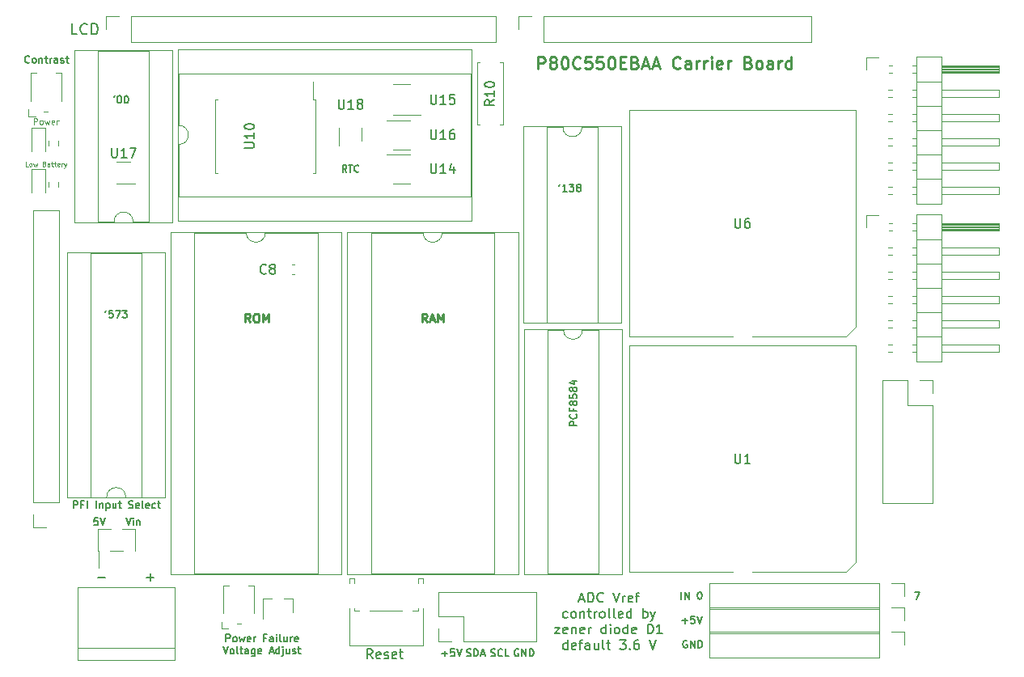
<source format=gto>
G04 #@! TF.GenerationSoftware,KiCad,Pcbnew,5.1.9*
G04 #@! TF.CreationDate,2021-05-01T23:47:32-07:00*
G04 #@! TF.ProjectId,P80C550-EVN,50383043-3535-4302-9d45-564e2e6b6963,rev?*
G04 #@! TF.SameCoordinates,Original*
G04 #@! TF.FileFunction,Legend,Top*
G04 #@! TF.FilePolarity,Positive*
%FSLAX46Y46*%
G04 Gerber Fmt 4.6, Leading zero omitted, Abs format (unit mm)*
G04 Created by KiCad (PCBNEW 5.1.9) date 2021-05-01 23:47:32*
%MOMM*%
%LPD*%
G01*
G04 APERTURE LIST*
%ADD10C,0.150000*%
%ADD11C,0.101600*%
%ADD12C,0.190500*%
%ADD13C,0.222250*%
%ADD14C,0.152400*%
%ADD15C,0.165100*%
%ADD16C,0.127000*%
%ADD17C,0.203200*%
%ADD18C,0.254000*%
%ADD19C,0.120000*%
%ADD20O,1.700000X1.700000*%
%ADD21R,1.700000X1.700000*%
%ADD22R,3.000000X3.000000*%
%ADD23C,3.000000*%
%ADD24R,0.400000X1.500000*%
%ADD25R,2.000000X0.650000*%
%ADD26R,1.560000X0.650000*%
%ADD27R,1.500000X0.400000*%
%ADD28R,0.650000X3.000000*%
%ADD29R,1.600000X1.500000*%
%ADD30R,1.200000X1.200000*%
%ADD31R,0.800000X0.900000*%
%ADD32R,4.100000X4.100000*%
%ADD33R,1.422400X1.422400*%
%ADD34C,1.422400*%
%ADD35O,1.600000X1.600000*%
%ADD36R,1.600000X1.600000*%
%ADD37C,2.100000*%
%ADD38C,1.750000*%
%ADD39C,1.600000*%
%ADD40R,4.099999X4.099999*%
G04 APERTURE END LIST*
D10*
X106553047Y-133167428D02*
X107314952Y-133167428D01*
D11*
X99217238Y-90145809D02*
X98975333Y-90145809D01*
X98975333Y-89637809D01*
X99459142Y-90145809D02*
X99410761Y-90121619D01*
X99386571Y-90097428D01*
X99362380Y-90049047D01*
X99362380Y-89903904D01*
X99386571Y-89855523D01*
X99410761Y-89831333D01*
X99459142Y-89807142D01*
X99531714Y-89807142D01*
X99580095Y-89831333D01*
X99604285Y-89855523D01*
X99628476Y-89903904D01*
X99628476Y-90049047D01*
X99604285Y-90097428D01*
X99580095Y-90121619D01*
X99531714Y-90145809D01*
X99459142Y-90145809D01*
X99797809Y-89807142D02*
X99894571Y-90145809D01*
X99991333Y-89903904D01*
X100088095Y-90145809D01*
X100184857Y-89807142D01*
X100934761Y-89879714D02*
X101007333Y-89903904D01*
X101031523Y-89928095D01*
X101055714Y-89976476D01*
X101055714Y-90049047D01*
X101031523Y-90097428D01*
X101007333Y-90121619D01*
X100958952Y-90145809D01*
X100765428Y-90145809D01*
X100765428Y-89637809D01*
X100934761Y-89637809D01*
X100983142Y-89662000D01*
X101007333Y-89686190D01*
X101031523Y-89734571D01*
X101031523Y-89782952D01*
X101007333Y-89831333D01*
X100983142Y-89855523D01*
X100934761Y-89879714D01*
X100765428Y-89879714D01*
X101491142Y-90145809D02*
X101491142Y-89879714D01*
X101466952Y-89831333D01*
X101418571Y-89807142D01*
X101321809Y-89807142D01*
X101273428Y-89831333D01*
X101491142Y-90121619D02*
X101442761Y-90145809D01*
X101321809Y-90145809D01*
X101273428Y-90121619D01*
X101249238Y-90073238D01*
X101249238Y-90024857D01*
X101273428Y-89976476D01*
X101321809Y-89952285D01*
X101442761Y-89952285D01*
X101491142Y-89928095D01*
X101660476Y-89807142D02*
X101854000Y-89807142D01*
X101733047Y-89637809D02*
X101733047Y-90073238D01*
X101757238Y-90121619D01*
X101805619Y-90145809D01*
X101854000Y-90145809D01*
X101950761Y-89807142D02*
X102144285Y-89807142D01*
X102023333Y-89637809D02*
X102023333Y-90073238D01*
X102047523Y-90121619D01*
X102095904Y-90145809D01*
X102144285Y-90145809D01*
X102507142Y-90121619D02*
X102458761Y-90145809D01*
X102362000Y-90145809D01*
X102313619Y-90121619D01*
X102289428Y-90073238D01*
X102289428Y-89879714D01*
X102313619Y-89831333D01*
X102362000Y-89807142D01*
X102458761Y-89807142D01*
X102507142Y-89831333D01*
X102531333Y-89879714D01*
X102531333Y-89928095D01*
X102289428Y-89976476D01*
X102749047Y-90145809D02*
X102749047Y-89807142D01*
X102749047Y-89903904D02*
X102773238Y-89855523D01*
X102797428Y-89831333D01*
X102845809Y-89807142D01*
X102894190Y-89807142D01*
X103015142Y-89807142D02*
X103136095Y-90145809D01*
X103257047Y-89807142D02*
X103136095Y-90145809D01*
X103087714Y-90266761D01*
X103063523Y-90290952D01*
X103015142Y-90315142D01*
X99837119Y-85758261D02*
X99837119Y-85123261D01*
X100079023Y-85123261D01*
X100139500Y-85153500D01*
X100169738Y-85183738D01*
X100199976Y-85244214D01*
X100199976Y-85334928D01*
X100169738Y-85395404D01*
X100139500Y-85425642D01*
X100079023Y-85455880D01*
X99837119Y-85455880D01*
X100562833Y-85758261D02*
X100502357Y-85728023D01*
X100472119Y-85697785D01*
X100441880Y-85637309D01*
X100441880Y-85455880D01*
X100472119Y-85395404D01*
X100502357Y-85365166D01*
X100562833Y-85334928D01*
X100653547Y-85334928D01*
X100714023Y-85365166D01*
X100744261Y-85395404D01*
X100774500Y-85455880D01*
X100774500Y-85637309D01*
X100744261Y-85697785D01*
X100714023Y-85728023D01*
X100653547Y-85758261D01*
X100562833Y-85758261D01*
X100986166Y-85334928D02*
X101107119Y-85758261D01*
X101228071Y-85455880D01*
X101349023Y-85758261D01*
X101469976Y-85334928D01*
X101953785Y-85728023D02*
X101893309Y-85758261D01*
X101772357Y-85758261D01*
X101711880Y-85728023D01*
X101681642Y-85667547D01*
X101681642Y-85425642D01*
X101711880Y-85365166D01*
X101772357Y-85334928D01*
X101893309Y-85334928D01*
X101953785Y-85365166D01*
X101984023Y-85425642D01*
X101984023Y-85486119D01*
X101681642Y-85546595D01*
X102256166Y-85758261D02*
X102256166Y-85334928D01*
X102256166Y-85455880D02*
X102286404Y-85395404D01*
X102316642Y-85365166D01*
X102377119Y-85334928D01*
X102437595Y-85334928D01*
D12*
X154903714Y-92038714D02*
X154831142Y-92183857D01*
X155629428Y-92800714D02*
X155194000Y-92800714D01*
X155411714Y-92800714D02*
X155411714Y-92038714D01*
X155339142Y-92147571D01*
X155266571Y-92220142D01*
X155194000Y-92256428D01*
X155883428Y-92038714D02*
X156355142Y-92038714D01*
X156101142Y-92329000D01*
X156210000Y-92329000D01*
X156282571Y-92365285D01*
X156318857Y-92401571D01*
X156355142Y-92474142D01*
X156355142Y-92655571D01*
X156318857Y-92728142D01*
X156282571Y-92764428D01*
X156210000Y-92800714D01*
X155992285Y-92800714D01*
X155919714Y-92764428D01*
X155883428Y-92728142D01*
X156790571Y-92365285D02*
X156718000Y-92329000D01*
X156681714Y-92292714D01*
X156645428Y-92220142D01*
X156645428Y-92183857D01*
X156681714Y-92111285D01*
X156718000Y-92075000D01*
X156790571Y-92038714D01*
X156935714Y-92038714D01*
X157008285Y-92075000D01*
X157044571Y-92111285D01*
X157080857Y-92183857D01*
X157080857Y-92220142D01*
X157044571Y-92292714D01*
X157008285Y-92329000D01*
X156935714Y-92365285D01*
X156790571Y-92365285D01*
X156718000Y-92401571D01*
X156681714Y-92437857D01*
X156645428Y-92510428D01*
X156645428Y-92655571D01*
X156681714Y-92728142D01*
X156718000Y-92764428D01*
X156790571Y-92800714D01*
X156935714Y-92800714D01*
X157008285Y-92764428D01*
X157044571Y-92728142D01*
X157080857Y-92655571D01*
X157080857Y-92510428D01*
X157044571Y-92437857D01*
X157008285Y-92401571D01*
X156935714Y-92365285D01*
X156681714Y-117293571D02*
X155919714Y-117293571D01*
X155919714Y-117003285D01*
X155956000Y-116930714D01*
X155992285Y-116894428D01*
X156064857Y-116858142D01*
X156173714Y-116858142D01*
X156246285Y-116894428D01*
X156282571Y-116930714D01*
X156318857Y-117003285D01*
X156318857Y-117293571D01*
X156609142Y-116096142D02*
X156645428Y-116132428D01*
X156681714Y-116241285D01*
X156681714Y-116313857D01*
X156645428Y-116422714D01*
X156572857Y-116495285D01*
X156500285Y-116531571D01*
X156355142Y-116567857D01*
X156246285Y-116567857D01*
X156101142Y-116531571D01*
X156028571Y-116495285D01*
X155956000Y-116422714D01*
X155919714Y-116313857D01*
X155919714Y-116241285D01*
X155956000Y-116132428D01*
X155992285Y-116096142D01*
X156282571Y-115515571D02*
X156282571Y-115769571D01*
X156681714Y-115769571D02*
X155919714Y-115769571D01*
X155919714Y-115406714D01*
X156246285Y-115007571D02*
X156210000Y-115080142D01*
X156173714Y-115116428D01*
X156101142Y-115152714D01*
X156064857Y-115152714D01*
X155992285Y-115116428D01*
X155956000Y-115080142D01*
X155919714Y-115007571D01*
X155919714Y-114862428D01*
X155956000Y-114789857D01*
X155992285Y-114753571D01*
X156064857Y-114717285D01*
X156101142Y-114717285D01*
X156173714Y-114753571D01*
X156210000Y-114789857D01*
X156246285Y-114862428D01*
X156246285Y-115007571D01*
X156282571Y-115080142D01*
X156318857Y-115116428D01*
X156391428Y-115152714D01*
X156536571Y-115152714D01*
X156609142Y-115116428D01*
X156645428Y-115080142D01*
X156681714Y-115007571D01*
X156681714Y-114862428D01*
X156645428Y-114789857D01*
X156609142Y-114753571D01*
X156536571Y-114717285D01*
X156391428Y-114717285D01*
X156318857Y-114753571D01*
X156282571Y-114789857D01*
X156246285Y-114862428D01*
X155919714Y-114027857D02*
X155919714Y-114390714D01*
X156282571Y-114427000D01*
X156246285Y-114390714D01*
X156210000Y-114318142D01*
X156210000Y-114136714D01*
X156246285Y-114064142D01*
X156282571Y-114027857D01*
X156355142Y-113991571D01*
X156536571Y-113991571D01*
X156609142Y-114027857D01*
X156645428Y-114064142D01*
X156681714Y-114136714D01*
X156681714Y-114318142D01*
X156645428Y-114390714D01*
X156609142Y-114427000D01*
X156246285Y-113556142D02*
X156210000Y-113628714D01*
X156173714Y-113665000D01*
X156101142Y-113701285D01*
X156064857Y-113701285D01*
X155992285Y-113665000D01*
X155956000Y-113628714D01*
X155919714Y-113556142D01*
X155919714Y-113411000D01*
X155956000Y-113338428D01*
X155992285Y-113302142D01*
X156064857Y-113265857D01*
X156101142Y-113265857D01*
X156173714Y-113302142D01*
X156210000Y-113338428D01*
X156246285Y-113411000D01*
X156246285Y-113556142D01*
X156282571Y-113628714D01*
X156318857Y-113665000D01*
X156391428Y-113701285D01*
X156536571Y-113701285D01*
X156609142Y-113665000D01*
X156645428Y-113628714D01*
X156681714Y-113556142D01*
X156681714Y-113411000D01*
X156645428Y-113338428D01*
X156609142Y-113302142D01*
X156536571Y-113265857D01*
X156391428Y-113265857D01*
X156318857Y-113302142D01*
X156282571Y-113338428D01*
X156246285Y-113411000D01*
X156173714Y-112612714D02*
X156681714Y-112612714D01*
X155883428Y-112794142D02*
X156427714Y-112975571D01*
X156427714Y-112503857D01*
D13*
X140991166Y-106447166D02*
X140694833Y-106023833D01*
X140483166Y-106447166D02*
X140483166Y-105558166D01*
X140821833Y-105558166D01*
X140906500Y-105600500D01*
X140948833Y-105642833D01*
X140991166Y-105727500D01*
X140991166Y-105854500D01*
X140948833Y-105939166D01*
X140906500Y-105981500D01*
X140821833Y-106023833D01*
X140483166Y-106023833D01*
X141329833Y-106193166D02*
X141753166Y-106193166D01*
X141245166Y-106447166D02*
X141541500Y-105558166D01*
X141837833Y-106447166D01*
X142134166Y-106447166D02*
X142134166Y-105558166D01*
X142430500Y-106193166D01*
X142726833Y-105558166D01*
X142726833Y-106447166D01*
X122491500Y-106447166D02*
X122195166Y-106023833D01*
X121983500Y-106447166D02*
X121983500Y-105558166D01*
X122322166Y-105558166D01*
X122406833Y-105600500D01*
X122449166Y-105642833D01*
X122491500Y-105727500D01*
X122491500Y-105854500D01*
X122449166Y-105939166D01*
X122406833Y-105981500D01*
X122322166Y-106023833D01*
X121983500Y-106023833D01*
X123041833Y-105558166D02*
X123211166Y-105558166D01*
X123295833Y-105600500D01*
X123380500Y-105685166D01*
X123422833Y-105854500D01*
X123422833Y-106150833D01*
X123380500Y-106320166D01*
X123295833Y-106404833D01*
X123211166Y-106447166D01*
X123041833Y-106447166D01*
X122957166Y-106404833D01*
X122872500Y-106320166D01*
X122830166Y-106150833D01*
X122830166Y-105854500D01*
X122872500Y-105685166D01*
X122957166Y-105600500D01*
X123041833Y-105558166D01*
X123803833Y-106447166D02*
X123803833Y-105558166D01*
X124100166Y-106193166D01*
X124396500Y-105558166D01*
X124396500Y-106447166D01*
D12*
X107405714Y-105246714D02*
X107333142Y-105391857D01*
X108095142Y-105246714D02*
X107732285Y-105246714D01*
X107696000Y-105609571D01*
X107732285Y-105573285D01*
X107804857Y-105537000D01*
X107986285Y-105537000D01*
X108058857Y-105573285D01*
X108095142Y-105609571D01*
X108131428Y-105682142D01*
X108131428Y-105863571D01*
X108095142Y-105936142D01*
X108058857Y-105972428D01*
X107986285Y-106008714D01*
X107804857Y-106008714D01*
X107732285Y-105972428D01*
X107696000Y-105936142D01*
X108385428Y-105246714D02*
X108893428Y-105246714D01*
X108566857Y-106008714D01*
X109111142Y-105246714D02*
X109582857Y-105246714D01*
X109328857Y-105537000D01*
X109437714Y-105537000D01*
X109510285Y-105573285D01*
X109546571Y-105609571D01*
X109582857Y-105682142D01*
X109582857Y-105863571D01*
X109546571Y-105936142D01*
X109510285Y-105972428D01*
X109437714Y-106008714D01*
X109220000Y-106008714D01*
X109147428Y-105972428D01*
X109111142Y-105936142D01*
X108276571Y-82767714D02*
X108204000Y-82912857D01*
X108748285Y-82767714D02*
X108820857Y-82767714D01*
X108893428Y-82804000D01*
X108929714Y-82840285D01*
X108966000Y-82912857D01*
X109002285Y-83058000D01*
X109002285Y-83239428D01*
X108966000Y-83384571D01*
X108929714Y-83457142D01*
X108893428Y-83493428D01*
X108820857Y-83529714D01*
X108748285Y-83529714D01*
X108675714Y-83493428D01*
X108639428Y-83457142D01*
X108603142Y-83384571D01*
X108566857Y-83239428D01*
X108566857Y-83058000D01*
X108603142Y-82912857D01*
X108639428Y-82840285D01*
X108675714Y-82804000D01*
X108748285Y-82767714D01*
X109474000Y-82767714D02*
X109546571Y-82767714D01*
X109619142Y-82804000D01*
X109655428Y-82840285D01*
X109691714Y-82912857D01*
X109728000Y-83058000D01*
X109728000Y-83239428D01*
X109691714Y-83384571D01*
X109655428Y-83457142D01*
X109619142Y-83493428D01*
X109546571Y-83529714D01*
X109474000Y-83529714D01*
X109401428Y-83493428D01*
X109365142Y-83457142D01*
X109328857Y-83384571D01*
X109292571Y-83239428D01*
X109292571Y-83058000D01*
X109328857Y-82912857D01*
X109365142Y-82840285D01*
X109401428Y-82804000D01*
X109474000Y-82767714D01*
D14*
X132562600Y-90745733D02*
X132325533Y-90407066D01*
X132156200Y-90745733D02*
X132156200Y-90034533D01*
X132427133Y-90034533D01*
X132494866Y-90068400D01*
X132528733Y-90102266D01*
X132562600Y-90170000D01*
X132562600Y-90271600D01*
X132528733Y-90339333D01*
X132494866Y-90373200D01*
X132427133Y-90407066D01*
X132156200Y-90407066D01*
X132765800Y-90034533D02*
X133172200Y-90034533D01*
X132969000Y-90745733D02*
X132969000Y-90034533D01*
X133815666Y-90678000D02*
X133781800Y-90711866D01*
X133680200Y-90745733D01*
X133612466Y-90745733D01*
X133510866Y-90711866D01*
X133443133Y-90644133D01*
X133409266Y-90576400D01*
X133375400Y-90440933D01*
X133375400Y-90339333D01*
X133409266Y-90203866D01*
X133443133Y-90136133D01*
X133510866Y-90068400D01*
X133612466Y-90034533D01*
X133680200Y-90034533D01*
X133781800Y-90068400D01*
X133815666Y-90102266D01*
D15*
X109455857Y-126963714D02*
X109709857Y-127725714D01*
X109963857Y-126963714D01*
X110217857Y-127725714D02*
X110217857Y-127217714D01*
X110217857Y-126963714D02*
X110181571Y-127000000D01*
X110217857Y-127036285D01*
X110254142Y-127000000D01*
X110217857Y-126963714D01*
X110217857Y-127036285D01*
X110580714Y-127217714D02*
X110580714Y-127725714D01*
X110580714Y-127290285D02*
X110617000Y-127254000D01*
X110689571Y-127217714D01*
X110798428Y-127217714D01*
X110871000Y-127254000D01*
X110907285Y-127326571D01*
X110907285Y-127725714D01*
X106534857Y-126963714D02*
X106172000Y-126963714D01*
X106135714Y-127326571D01*
X106172000Y-127290285D01*
X106244571Y-127254000D01*
X106426000Y-127254000D01*
X106498571Y-127290285D01*
X106534857Y-127326571D01*
X106571142Y-127399142D01*
X106571142Y-127580571D01*
X106534857Y-127653142D01*
X106498571Y-127689428D01*
X106426000Y-127725714D01*
X106244571Y-127725714D01*
X106172000Y-127689428D01*
X106135714Y-127653142D01*
X106788857Y-126963714D02*
X107042857Y-127725714D01*
X107296857Y-126963714D01*
D12*
X104002114Y-125947714D02*
X104002114Y-125185714D01*
X104292400Y-125185714D01*
X104364971Y-125222000D01*
X104401257Y-125258285D01*
X104437542Y-125330857D01*
X104437542Y-125439714D01*
X104401257Y-125512285D01*
X104364971Y-125548571D01*
X104292400Y-125584857D01*
X104002114Y-125584857D01*
X105018114Y-125548571D02*
X104764114Y-125548571D01*
X104764114Y-125947714D02*
X104764114Y-125185714D01*
X105126971Y-125185714D01*
X105417257Y-125947714D02*
X105417257Y-125185714D01*
X106360685Y-125947714D02*
X106360685Y-125185714D01*
X106723542Y-125439714D02*
X106723542Y-125947714D01*
X106723542Y-125512285D02*
X106759828Y-125476000D01*
X106832400Y-125439714D01*
X106941257Y-125439714D01*
X107013828Y-125476000D01*
X107050114Y-125548571D01*
X107050114Y-125947714D01*
X107412971Y-125439714D02*
X107412971Y-126201714D01*
X107412971Y-125476000D02*
X107485542Y-125439714D01*
X107630685Y-125439714D01*
X107703257Y-125476000D01*
X107739542Y-125512285D01*
X107775828Y-125584857D01*
X107775828Y-125802571D01*
X107739542Y-125875142D01*
X107703257Y-125911428D01*
X107630685Y-125947714D01*
X107485542Y-125947714D01*
X107412971Y-125911428D01*
X108428971Y-125439714D02*
X108428971Y-125947714D01*
X108102400Y-125439714D02*
X108102400Y-125838857D01*
X108138685Y-125911428D01*
X108211257Y-125947714D01*
X108320114Y-125947714D01*
X108392685Y-125911428D01*
X108428971Y-125875142D01*
X108682971Y-125439714D02*
X108973257Y-125439714D01*
X108791828Y-125185714D02*
X108791828Y-125838857D01*
X108828114Y-125911428D01*
X108900685Y-125947714D01*
X108973257Y-125947714D01*
X109771542Y-125911428D02*
X109880400Y-125947714D01*
X110061828Y-125947714D01*
X110134400Y-125911428D01*
X110170685Y-125875142D01*
X110206971Y-125802571D01*
X110206971Y-125730000D01*
X110170685Y-125657428D01*
X110134400Y-125621142D01*
X110061828Y-125584857D01*
X109916685Y-125548571D01*
X109844114Y-125512285D01*
X109807828Y-125476000D01*
X109771542Y-125403428D01*
X109771542Y-125330857D01*
X109807828Y-125258285D01*
X109844114Y-125222000D01*
X109916685Y-125185714D01*
X110098114Y-125185714D01*
X110206971Y-125222000D01*
X110823828Y-125911428D02*
X110751257Y-125947714D01*
X110606114Y-125947714D01*
X110533542Y-125911428D01*
X110497257Y-125838857D01*
X110497257Y-125548571D01*
X110533542Y-125476000D01*
X110606114Y-125439714D01*
X110751257Y-125439714D01*
X110823828Y-125476000D01*
X110860114Y-125548571D01*
X110860114Y-125621142D01*
X110497257Y-125693714D01*
X111295542Y-125947714D02*
X111222971Y-125911428D01*
X111186685Y-125838857D01*
X111186685Y-125185714D01*
X111876114Y-125911428D02*
X111803542Y-125947714D01*
X111658400Y-125947714D01*
X111585828Y-125911428D01*
X111549542Y-125838857D01*
X111549542Y-125548571D01*
X111585828Y-125476000D01*
X111658400Y-125439714D01*
X111803542Y-125439714D01*
X111876114Y-125476000D01*
X111912400Y-125548571D01*
X111912400Y-125621142D01*
X111549542Y-125693714D01*
X112565542Y-125911428D02*
X112492971Y-125947714D01*
X112347828Y-125947714D01*
X112275257Y-125911428D01*
X112238971Y-125875142D01*
X112202685Y-125802571D01*
X112202685Y-125584857D01*
X112238971Y-125512285D01*
X112275257Y-125476000D01*
X112347828Y-125439714D01*
X112492971Y-125439714D01*
X112565542Y-125476000D01*
X112783257Y-125439714D02*
X113073542Y-125439714D01*
X112892114Y-125185714D02*
X112892114Y-125838857D01*
X112928400Y-125911428D01*
X113000971Y-125947714D01*
X113073542Y-125947714D01*
D16*
X119942428Y-139917714D02*
X119942428Y-139155714D01*
X120232714Y-139155714D01*
X120305285Y-139192000D01*
X120341571Y-139228285D01*
X120377857Y-139300857D01*
X120377857Y-139409714D01*
X120341571Y-139482285D01*
X120305285Y-139518571D01*
X120232714Y-139554857D01*
X119942428Y-139554857D01*
X120813285Y-139917714D02*
X120740714Y-139881428D01*
X120704428Y-139845142D01*
X120668142Y-139772571D01*
X120668142Y-139554857D01*
X120704428Y-139482285D01*
X120740714Y-139446000D01*
X120813285Y-139409714D01*
X120922142Y-139409714D01*
X120994714Y-139446000D01*
X121031000Y-139482285D01*
X121067285Y-139554857D01*
X121067285Y-139772571D01*
X121031000Y-139845142D01*
X120994714Y-139881428D01*
X120922142Y-139917714D01*
X120813285Y-139917714D01*
X121321285Y-139409714D02*
X121466428Y-139917714D01*
X121611571Y-139554857D01*
X121756714Y-139917714D01*
X121901857Y-139409714D01*
X122482428Y-139881428D02*
X122409857Y-139917714D01*
X122264714Y-139917714D01*
X122192142Y-139881428D01*
X122155857Y-139808857D01*
X122155857Y-139518571D01*
X122192142Y-139446000D01*
X122264714Y-139409714D01*
X122409857Y-139409714D01*
X122482428Y-139446000D01*
X122518714Y-139518571D01*
X122518714Y-139591142D01*
X122155857Y-139663714D01*
X122845285Y-139917714D02*
X122845285Y-139409714D01*
X122845285Y-139554857D02*
X122881571Y-139482285D01*
X122917857Y-139446000D01*
X122990428Y-139409714D01*
X123063000Y-139409714D01*
X124151571Y-139518571D02*
X123897571Y-139518571D01*
X123897571Y-139917714D02*
X123897571Y-139155714D01*
X124260428Y-139155714D01*
X124877285Y-139917714D02*
X124877285Y-139518571D01*
X124841000Y-139446000D01*
X124768428Y-139409714D01*
X124623285Y-139409714D01*
X124550714Y-139446000D01*
X124877285Y-139881428D02*
X124804714Y-139917714D01*
X124623285Y-139917714D01*
X124550714Y-139881428D01*
X124514428Y-139808857D01*
X124514428Y-139736285D01*
X124550714Y-139663714D01*
X124623285Y-139627428D01*
X124804714Y-139627428D01*
X124877285Y-139591142D01*
X125240142Y-139917714D02*
X125240142Y-139409714D01*
X125240142Y-139155714D02*
X125203857Y-139192000D01*
X125240142Y-139228285D01*
X125276428Y-139192000D01*
X125240142Y-139155714D01*
X125240142Y-139228285D01*
X125711857Y-139917714D02*
X125639285Y-139881428D01*
X125603000Y-139808857D01*
X125603000Y-139155714D01*
X126328714Y-139409714D02*
X126328714Y-139917714D01*
X126002142Y-139409714D02*
X126002142Y-139808857D01*
X126038428Y-139881428D01*
X126111000Y-139917714D01*
X126219857Y-139917714D01*
X126292428Y-139881428D01*
X126328714Y-139845142D01*
X126691571Y-139917714D02*
X126691571Y-139409714D01*
X126691571Y-139554857D02*
X126727857Y-139482285D01*
X126764142Y-139446000D01*
X126836714Y-139409714D01*
X126909285Y-139409714D01*
X127453571Y-139881428D02*
X127381000Y-139917714D01*
X127235857Y-139917714D01*
X127163285Y-139881428D01*
X127127000Y-139808857D01*
X127127000Y-139518571D01*
X127163285Y-139446000D01*
X127235857Y-139409714D01*
X127381000Y-139409714D01*
X127453571Y-139446000D01*
X127489857Y-139518571D01*
X127489857Y-139591142D01*
X127127000Y-139663714D01*
X119652142Y-140425714D02*
X119906142Y-141187714D01*
X120160142Y-140425714D01*
X120523000Y-141187714D02*
X120450428Y-141151428D01*
X120414142Y-141115142D01*
X120377857Y-141042571D01*
X120377857Y-140824857D01*
X120414142Y-140752285D01*
X120450428Y-140716000D01*
X120523000Y-140679714D01*
X120631857Y-140679714D01*
X120704428Y-140716000D01*
X120740714Y-140752285D01*
X120777000Y-140824857D01*
X120777000Y-141042571D01*
X120740714Y-141115142D01*
X120704428Y-141151428D01*
X120631857Y-141187714D01*
X120523000Y-141187714D01*
X121212428Y-141187714D02*
X121139857Y-141151428D01*
X121103571Y-141078857D01*
X121103571Y-140425714D01*
X121393857Y-140679714D02*
X121684142Y-140679714D01*
X121502714Y-140425714D02*
X121502714Y-141078857D01*
X121539000Y-141151428D01*
X121611571Y-141187714D01*
X121684142Y-141187714D01*
X122264714Y-141187714D02*
X122264714Y-140788571D01*
X122228428Y-140716000D01*
X122155857Y-140679714D01*
X122010714Y-140679714D01*
X121938142Y-140716000D01*
X122264714Y-141151428D02*
X122192142Y-141187714D01*
X122010714Y-141187714D01*
X121938142Y-141151428D01*
X121901857Y-141078857D01*
X121901857Y-141006285D01*
X121938142Y-140933714D01*
X122010714Y-140897428D01*
X122192142Y-140897428D01*
X122264714Y-140861142D01*
X122954142Y-140679714D02*
X122954142Y-141296571D01*
X122917857Y-141369142D01*
X122881571Y-141405428D01*
X122809000Y-141441714D01*
X122700142Y-141441714D01*
X122627571Y-141405428D01*
X122954142Y-141151428D02*
X122881571Y-141187714D01*
X122736428Y-141187714D01*
X122663857Y-141151428D01*
X122627571Y-141115142D01*
X122591285Y-141042571D01*
X122591285Y-140824857D01*
X122627571Y-140752285D01*
X122663857Y-140716000D01*
X122736428Y-140679714D01*
X122881571Y-140679714D01*
X122954142Y-140716000D01*
X123607285Y-141151428D02*
X123534714Y-141187714D01*
X123389571Y-141187714D01*
X123317000Y-141151428D01*
X123280714Y-141078857D01*
X123280714Y-140788571D01*
X123317000Y-140716000D01*
X123389571Y-140679714D01*
X123534714Y-140679714D01*
X123607285Y-140716000D01*
X123643571Y-140788571D01*
X123643571Y-140861142D01*
X123280714Y-140933714D01*
X124514428Y-140970000D02*
X124877285Y-140970000D01*
X124441857Y-141187714D02*
X124695857Y-140425714D01*
X124949857Y-141187714D01*
X125530428Y-141187714D02*
X125530428Y-140425714D01*
X125530428Y-141151428D02*
X125457857Y-141187714D01*
X125312714Y-141187714D01*
X125240142Y-141151428D01*
X125203857Y-141115142D01*
X125167571Y-141042571D01*
X125167571Y-140824857D01*
X125203857Y-140752285D01*
X125240142Y-140716000D01*
X125312714Y-140679714D01*
X125457857Y-140679714D01*
X125530428Y-140716000D01*
X125893285Y-140679714D02*
X125893285Y-141332857D01*
X125857000Y-141405428D01*
X125784428Y-141441714D01*
X125748142Y-141441714D01*
X125893285Y-140425714D02*
X125857000Y-140462000D01*
X125893285Y-140498285D01*
X125929571Y-140462000D01*
X125893285Y-140425714D01*
X125893285Y-140498285D01*
X126582714Y-140679714D02*
X126582714Y-141187714D01*
X126256142Y-140679714D02*
X126256142Y-141078857D01*
X126292428Y-141151428D01*
X126365000Y-141187714D01*
X126473857Y-141187714D01*
X126546428Y-141151428D01*
X126582714Y-141115142D01*
X126909285Y-141151428D02*
X126981857Y-141187714D01*
X127127000Y-141187714D01*
X127199571Y-141151428D01*
X127235857Y-141078857D01*
X127235857Y-141042571D01*
X127199571Y-140970000D01*
X127127000Y-140933714D01*
X127018142Y-140933714D01*
X126945571Y-140897428D01*
X126909285Y-140824857D01*
X126909285Y-140788571D01*
X126945571Y-140716000D01*
X127018142Y-140679714D01*
X127127000Y-140679714D01*
X127199571Y-140716000D01*
X127453571Y-140679714D02*
X127743857Y-140679714D01*
X127562428Y-140425714D02*
X127562428Y-141078857D01*
X127598714Y-141151428D01*
X127671285Y-141187714D01*
X127743857Y-141187714D01*
D17*
X104366785Y-76336071D02*
X103822500Y-76336071D01*
X103822500Y-75193071D01*
X105400928Y-76227214D02*
X105346500Y-76281642D01*
X105183214Y-76336071D01*
X105074357Y-76336071D01*
X104911071Y-76281642D01*
X104802214Y-76172785D01*
X104747785Y-76063928D01*
X104693357Y-75846214D01*
X104693357Y-75682928D01*
X104747785Y-75465214D01*
X104802214Y-75356357D01*
X104911071Y-75247500D01*
X105074357Y-75193071D01*
X105183214Y-75193071D01*
X105346500Y-75247500D01*
X105400928Y-75301928D01*
X105890785Y-76336071D02*
X105890785Y-75193071D01*
X106162928Y-75193071D01*
X106326214Y-75247500D01*
X106435071Y-75356357D01*
X106489500Y-75465214D01*
X106543928Y-75682928D01*
X106543928Y-75846214D01*
X106489500Y-76063928D01*
X106435071Y-76172785D01*
X106326214Y-76281642D01*
X106162928Y-76336071D01*
X105890785Y-76336071D01*
D16*
X99376592Y-79266142D02*
X99340307Y-79302428D01*
X99231450Y-79338714D01*
X99158878Y-79338714D01*
X99050021Y-79302428D01*
X98977450Y-79229857D01*
X98941164Y-79157285D01*
X98904878Y-79012142D01*
X98904878Y-78903285D01*
X98941164Y-78758142D01*
X98977450Y-78685571D01*
X99050021Y-78613000D01*
X99158878Y-78576714D01*
X99231450Y-78576714D01*
X99340307Y-78613000D01*
X99376592Y-78649285D01*
X99812021Y-79338714D02*
X99739450Y-79302428D01*
X99703164Y-79266142D01*
X99666878Y-79193571D01*
X99666878Y-78975857D01*
X99703164Y-78903285D01*
X99739450Y-78867000D01*
X99812021Y-78830714D01*
X99920878Y-78830714D01*
X99993450Y-78867000D01*
X100029735Y-78903285D01*
X100066021Y-78975857D01*
X100066021Y-79193571D01*
X100029735Y-79266142D01*
X99993450Y-79302428D01*
X99920878Y-79338714D01*
X99812021Y-79338714D01*
X100392592Y-78830714D02*
X100392592Y-79338714D01*
X100392592Y-78903285D02*
X100428878Y-78867000D01*
X100501450Y-78830714D01*
X100610307Y-78830714D01*
X100682878Y-78867000D01*
X100719164Y-78939571D01*
X100719164Y-79338714D01*
X100973164Y-78830714D02*
X101263450Y-78830714D01*
X101082021Y-78576714D02*
X101082021Y-79229857D01*
X101118307Y-79302428D01*
X101190878Y-79338714D01*
X101263450Y-79338714D01*
X101517450Y-79338714D02*
X101517450Y-78830714D01*
X101517450Y-78975857D02*
X101553735Y-78903285D01*
X101590021Y-78867000D01*
X101662592Y-78830714D01*
X101735164Y-78830714D01*
X102315735Y-79338714D02*
X102315735Y-78939571D01*
X102279450Y-78867000D01*
X102206878Y-78830714D01*
X102061735Y-78830714D01*
X101989164Y-78867000D01*
X102315735Y-79302428D02*
X102243164Y-79338714D01*
X102061735Y-79338714D01*
X101989164Y-79302428D01*
X101952878Y-79229857D01*
X101952878Y-79157285D01*
X101989164Y-79084714D01*
X102061735Y-79048428D01*
X102243164Y-79048428D01*
X102315735Y-79012142D01*
X102642307Y-79302428D02*
X102714878Y-79338714D01*
X102860021Y-79338714D01*
X102932592Y-79302428D01*
X102968878Y-79229857D01*
X102968878Y-79193571D01*
X102932592Y-79121000D01*
X102860021Y-79084714D01*
X102751164Y-79084714D01*
X102678592Y-79048428D01*
X102642307Y-78975857D01*
X102642307Y-78939571D01*
X102678592Y-78867000D01*
X102751164Y-78830714D01*
X102860021Y-78830714D01*
X102932592Y-78867000D01*
X103186592Y-78830714D02*
X103476878Y-78830714D01*
X103295450Y-78576714D02*
X103295450Y-79229857D01*
X103331735Y-79302428D01*
X103404307Y-79338714D01*
X103476878Y-79338714D01*
D12*
X192024000Y-134710714D02*
X192532000Y-134710714D01*
X192205428Y-135472714D01*
X167603714Y-135472714D02*
X167603714Y-134710714D01*
X167966571Y-135472714D02*
X167966571Y-134710714D01*
X168402000Y-135472714D01*
X168402000Y-134710714D01*
X169490571Y-134710714D02*
X169563142Y-134710714D01*
X169635714Y-134747000D01*
X169672000Y-134783285D01*
X169708285Y-134855857D01*
X169744571Y-135001000D01*
X169744571Y-135182428D01*
X169708285Y-135327571D01*
X169672000Y-135400142D01*
X169635714Y-135436428D01*
X169563142Y-135472714D01*
X169490571Y-135472714D01*
X169418000Y-135436428D01*
X169381714Y-135400142D01*
X169345428Y-135327571D01*
X169309142Y-135182428D01*
X169309142Y-135001000D01*
X169345428Y-134855857D01*
X169381714Y-134783285D01*
X169418000Y-134747000D01*
X169490571Y-134710714D01*
X168202428Y-139827000D02*
X168129857Y-139790714D01*
X168021000Y-139790714D01*
X167912142Y-139827000D01*
X167839571Y-139899571D01*
X167803285Y-139972142D01*
X167767000Y-140117285D01*
X167767000Y-140226142D01*
X167803285Y-140371285D01*
X167839571Y-140443857D01*
X167912142Y-140516428D01*
X168021000Y-140552714D01*
X168093571Y-140552714D01*
X168202428Y-140516428D01*
X168238714Y-140480142D01*
X168238714Y-140226142D01*
X168093571Y-140226142D01*
X168565285Y-140552714D02*
X168565285Y-139790714D01*
X169000714Y-140552714D01*
X169000714Y-139790714D01*
X169363571Y-140552714D02*
X169363571Y-139790714D01*
X169545000Y-139790714D01*
X169653857Y-139827000D01*
X169726428Y-139899571D01*
X169762714Y-139972142D01*
X169799000Y-140117285D01*
X169799000Y-140226142D01*
X169762714Y-140371285D01*
X169726428Y-140443857D01*
X169653857Y-140516428D01*
X169545000Y-140552714D01*
X169363571Y-140552714D01*
X167676285Y-137722428D02*
X168256857Y-137722428D01*
X167966571Y-138012714D02*
X167966571Y-137432142D01*
X168982571Y-137250714D02*
X168619714Y-137250714D01*
X168583428Y-137613571D01*
X168619714Y-137577285D01*
X168692285Y-137541000D01*
X168873714Y-137541000D01*
X168946285Y-137577285D01*
X168982571Y-137613571D01*
X169018857Y-137686142D01*
X169018857Y-137867571D01*
X168982571Y-137940142D01*
X168946285Y-137976428D01*
X168873714Y-138012714D01*
X168692285Y-138012714D01*
X168619714Y-137976428D01*
X168583428Y-137940142D01*
X169236571Y-137250714D02*
X169490571Y-138012714D01*
X169744571Y-137250714D01*
X150549428Y-140716000D02*
X150476857Y-140679714D01*
X150368000Y-140679714D01*
X150259142Y-140716000D01*
X150186571Y-140788571D01*
X150150285Y-140861142D01*
X150114000Y-141006285D01*
X150114000Y-141115142D01*
X150150285Y-141260285D01*
X150186571Y-141332857D01*
X150259142Y-141405428D01*
X150368000Y-141441714D01*
X150440571Y-141441714D01*
X150549428Y-141405428D01*
X150585714Y-141369142D01*
X150585714Y-141115142D01*
X150440571Y-141115142D01*
X150912285Y-141441714D02*
X150912285Y-140679714D01*
X151347714Y-141441714D01*
X151347714Y-140679714D01*
X151710571Y-141441714D02*
X151710571Y-140679714D01*
X151892000Y-140679714D01*
X152000857Y-140716000D01*
X152073428Y-140788571D01*
X152109714Y-140861142D01*
X152146000Y-141006285D01*
X152146000Y-141115142D01*
X152109714Y-141260285D01*
X152073428Y-141332857D01*
X152000857Y-141405428D01*
X151892000Y-141441714D01*
X151710571Y-141441714D01*
X147682857Y-141405428D02*
X147791714Y-141441714D01*
X147973142Y-141441714D01*
X148045714Y-141405428D01*
X148082000Y-141369142D01*
X148118285Y-141296571D01*
X148118285Y-141224000D01*
X148082000Y-141151428D01*
X148045714Y-141115142D01*
X147973142Y-141078857D01*
X147828000Y-141042571D01*
X147755428Y-141006285D01*
X147719142Y-140970000D01*
X147682857Y-140897428D01*
X147682857Y-140824857D01*
X147719142Y-140752285D01*
X147755428Y-140716000D01*
X147828000Y-140679714D01*
X148009428Y-140679714D01*
X148118285Y-140716000D01*
X148880285Y-141369142D02*
X148844000Y-141405428D01*
X148735142Y-141441714D01*
X148662571Y-141441714D01*
X148553714Y-141405428D01*
X148481142Y-141332857D01*
X148444857Y-141260285D01*
X148408571Y-141115142D01*
X148408571Y-141006285D01*
X148444857Y-140861142D01*
X148481142Y-140788571D01*
X148553714Y-140716000D01*
X148662571Y-140679714D01*
X148735142Y-140679714D01*
X148844000Y-140716000D01*
X148880285Y-140752285D01*
X149569714Y-141441714D02*
X149206857Y-141441714D01*
X149206857Y-140679714D01*
X145124714Y-141405428D02*
X145233571Y-141441714D01*
X145415000Y-141441714D01*
X145487571Y-141405428D01*
X145523857Y-141369142D01*
X145560142Y-141296571D01*
X145560142Y-141224000D01*
X145523857Y-141151428D01*
X145487571Y-141115142D01*
X145415000Y-141078857D01*
X145269857Y-141042571D01*
X145197285Y-141006285D01*
X145161000Y-140970000D01*
X145124714Y-140897428D01*
X145124714Y-140824857D01*
X145161000Y-140752285D01*
X145197285Y-140716000D01*
X145269857Y-140679714D01*
X145451285Y-140679714D01*
X145560142Y-140716000D01*
X145886714Y-141441714D02*
X145886714Y-140679714D01*
X146068142Y-140679714D01*
X146177000Y-140716000D01*
X146249571Y-140788571D01*
X146285857Y-140861142D01*
X146322142Y-141006285D01*
X146322142Y-141115142D01*
X146285857Y-141260285D01*
X146249571Y-141332857D01*
X146177000Y-141405428D01*
X146068142Y-141441714D01*
X145886714Y-141441714D01*
X146612428Y-141224000D02*
X146975285Y-141224000D01*
X146539857Y-141441714D02*
X146793857Y-140679714D01*
X147047857Y-141441714D01*
X142530285Y-141151428D02*
X143110857Y-141151428D01*
X142820571Y-141441714D02*
X142820571Y-140861142D01*
X143836571Y-140679714D02*
X143473714Y-140679714D01*
X143437428Y-141042571D01*
X143473714Y-141006285D01*
X143546285Y-140970000D01*
X143727714Y-140970000D01*
X143800285Y-141006285D01*
X143836571Y-141042571D01*
X143872857Y-141115142D01*
X143872857Y-141296571D01*
X143836571Y-141369142D01*
X143800285Y-141405428D01*
X143727714Y-141441714D01*
X143546285Y-141441714D01*
X143473714Y-141405428D01*
X143437428Y-141369142D01*
X144090571Y-140679714D02*
X144344571Y-141441714D01*
X144598571Y-140679714D01*
D18*
X152621947Y-79949523D02*
X152621947Y-78679523D01*
X153105757Y-78679523D01*
X153226709Y-78740000D01*
X153287185Y-78800476D01*
X153347661Y-78921428D01*
X153347661Y-79102857D01*
X153287185Y-79223809D01*
X153226709Y-79284285D01*
X153105757Y-79344761D01*
X152621947Y-79344761D01*
X154073376Y-79223809D02*
X153952423Y-79163333D01*
X153891947Y-79102857D01*
X153831471Y-78981904D01*
X153831471Y-78921428D01*
X153891947Y-78800476D01*
X153952423Y-78740000D01*
X154073376Y-78679523D01*
X154315280Y-78679523D01*
X154436233Y-78740000D01*
X154496709Y-78800476D01*
X154557185Y-78921428D01*
X154557185Y-78981904D01*
X154496709Y-79102857D01*
X154436233Y-79163333D01*
X154315280Y-79223809D01*
X154073376Y-79223809D01*
X153952423Y-79284285D01*
X153891947Y-79344761D01*
X153831471Y-79465714D01*
X153831471Y-79707619D01*
X153891947Y-79828571D01*
X153952423Y-79889047D01*
X154073376Y-79949523D01*
X154315280Y-79949523D01*
X154436233Y-79889047D01*
X154496709Y-79828571D01*
X154557185Y-79707619D01*
X154557185Y-79465714D01*
X154496709Y-79344761D01*
X154436233Y-79284285D01*
X154315280Y-79223809D01*
X155343376Y-78679523D02*
X155464328Y-78679523D01*
X155585280Y-78740000D01*
X155645757Y-78800476D01*
X155706233Y-78921428D01*
X155766709Y-79163333D01*
X155766709Y-79465714D01*
X155706233Y-79707619D01*
X155645757Y-79828571D01*
X155585280Y-79889047D01*
X155464328Y-79949523D01*
X155343376Y-79949523D01*
X155222423Y-79889047D01*
X155161947Y-79828571D01*
X155101471Y-79707619D01*
X155040995Y-79465714D01*
X155040995Y-79163333D01*
X155101471Y-78921428D01*
X155161947Y-78800476D01*
X155222423Y-78740000D01*
X155343376Y-78679523D01*
X157036709Y-79828571D02*
X156976233Y-79889047D01*
X156794804Y-79949523D01*
X156673852Y-79949523D01*
X156492423Y-79889047D01*
X156371471Y-79768095D01*
X156310995Y-79647142D01*
X156250519Y-79405238D01*
X156250519Y-79223809D01*
X156310995Y-78981904D01*
X156371471Y-78860952D01*
X156492423Y-78740000D01*
X156673852Y-78679523D01*
X156794804Y-78679523D01*
X156976233Y-78740000D01*
X157036709Y-78800476D01*
X158185757Y-78679523D02*
X157580995Y-78679523D01*
X157520519Y-79284285D01*
X157580995Y-79223809D01*
X157701947Y-79163333D01*
X158004328Y-79163333D01*
X158125280Y-79223809D01*
X158185757Y-79284285D01*
X158246233Y-79405238D01*
X158246233Y-79707619D01*
X158185757Y-79828571D01*
X158125280Y-79889047D01*
X158004328Y-79949523D01*
X157701947Y-79949523D01*
X157580995Y-79889047D01*
X157520519Y-79828571D01*
X159395280Y-78679523D02*
X158790519Y-78679523D01*
X158730042Y-79284285D01*
X158790519Y-79223809D01*
X158911471Y-79163333D01*
X159213852Y-79163333D01*
X159334804Y-79223809D01*
X159395280Y-79284285D01*
X159455757Y-79405238D01*
X159455757Y-79707619D01*
X159395280Y-79828571D01*
X159334804Y-79889047D01*
X159213852Y-79949523D01*
X158911471Y-79949523D01*
X158790519Y-79889047D01*
X158730042Y-79828571D01*
X160241947Y-78679523D02*
X160362900Y-78679523D01*
X160483852Y-78740000D01*
X160544328Y-78800476D01*
X160604804Y-78921428D01*
X160665280Y-79163333D01*
X160665280Y-79465714D01*
X160604804Y-79707619D01*
X160544328Y-79828571D01*
X160483852Y-79889047D01*
X160362900Y-79949523D01*
X160241947Y-79949523D01*
X160120995Y-79889047D01*
X160060519Y-79828571D01*
X160000042Y-79707619D01*
X159939566Y-79465714D01*
X159939566Y-79163333D01*
X160000042Y-78921428D01*
X160060519Y-78800476D01*
X160120995Y-78740000D01*
X160241947Y-78679523D01*
X161209566Y-79284285D02*
X161632900Y-79284285D01*
X161814328Y-79949523D02*
X161209566Y-79949523D01*
X161209566Y-78679523D01*
X161814328Y-78679523D01*
X162781947Y-79284285D02*
X162963376Y-79344761D01*
X163023852Y-79405238D01*
X163084328Y-79526190D01*
X163084328Y-79707619D01*
X163023852Y-79828571D01*
X162963376Y-79889047D01*
X162842423Y-79949523D01*
X162358614Y-79949523D01*
X162358614Y-78679523D01*
X162781947Y-78679523D01*
X162902900Y-78740000D01*
X162963376Y-78800476D01*
X163023852Y-78921428D01*
X163023852Y-79042380D01*
X162963376Y-79163333D01*
X162902900Y-79223809D01*
X162781947Y-79284285D01*
X162358614Y-79284285D01*
X163568138Y-79586666D02*
X164172900Y-79586666D01*
X163447185Y-79949523D02*
X163870519Y-78679523D01*
X164293852Y-79949523D01*
X164656709Y-79586666D02*
X165261471Y-79586666D01*
X164535757Y-79949523D02*
X164959090Y-78679523D01*
X165382423Y-79949523D01*
X167499090Y-79828571D02*
X167438614Y-79889047D01*
X167257185Y-79949523D01*
X167136233Y-79949523D01*
X166954804Y-79889047D01*
X166833852Y-79768095D01*
X166773376Y-79647142D01*
X166712900Y-79405238D01*
X166712900Y-79223809D01*
X166773376Y-78981904D01*
X166833852Y-78860952D01*
X166954804Y-78740000D01*
X167136233Y-78679523D01*
X167257185Y-78679523D01*
X167438614Y-78740000D01*
X167499090Y-78800476D01*
X168587661Y-79949523D02*
X168587661Y-79284285D01*
X168527185Y-79163333D01*
X168406233Y-79102857D01*
X168164328Y-79102857D01*
X168043376Y-79163333D01*
X168587661Y-79889047D02*
X168466709Y-79949523D01*
X168164328Y-79949523D01*
X168043376Y-79889047D01*
X167982900Y-79768095D01*
X167982900Y-79647142D01*
X168043376Y-79526190D01*
X168164328Y-79465714D01*
X168466709Y-79465714D01*
X168587661Y-79405238D01*
X169192423Y-79949523D02*
X169192423Y-79102857D01*
X169192423Y-79344761D02*
X169252900Y-79223809D01*
X169313376Y-79163333D01*
X169434328Y-79102857D01*
X169555280Y-79102857D01*
X169978614Y-79949523D02*
X169978614Y-79102857D01*
X169978614Y-79344761D02*
X170039090Y-79223809D01*
X170099566Y-79163333D01*
X170220519Y-79102857D01*
X170341471Y-79102857D01*
X170764804Y-79949523D02*
X170764804Y-79102857D01*
X170764804Y-78679523D02*
X170704328Y-78740000D01*
X170764804Y-78800476D01*
X170825280Y-78740000D01*
X170764804Y-78679523D01*
X170764804Y-78800476D01*
X171853376Y-79889047D02*
X171732423Y-79949523D01*
X171490519Y-79949523D01*
X171369566Y-79889047D01*
X171309090Y-79768095D01*
X171309090Y-79284285D01*
X171369566Y-79163333D01*
X171490519Y-79102857D01*
X171732423Y-79102857D01*
X171853376Y-79163333D01*
X171913852Y-79284285D01*
X171913852Y-79405238D01*
X171309090Y-79526190D01*
X172458138Y-79949523D02*
X172458138Y-79102857D01*
X172458138Y-79344761D02*
X172518614Y-79223809D01*
X172579090Y-79163333D01*
X172700042Y-79102857D01*
X172820995Y-79102857D01*
X174635280Y-79284285D02*
X174816709Y-79344761D01*
X174877185Y-79405238D01*
X174937661Y-79526190D01*
X174937661Y-79707619D01*
X174877185Y-79828571D01*
X174816709Y-79889047D01*
X174695757Y-79949523D01*
X174211947Y-79949523D01*
X174211947Y-78679523D01*
X174635280Y-78679523D01*
X174756233Y-78740000D01*
X174816709Y-78800476D01*
X174877185Y-78921428D01*
X174877185Y-79042380D01*
X174816709Y-79163333D01*
X174756233Y-79223809D01*
X174635280Y-79284285D01*
X174211947Y-79284285D01*
X175663376Y-79949523D02*
X175542423Y-79889047D01*
X175481947Y-79828571D01*
X175421471Y-79707619D01*
X175421471Y-79344761D01*
X175481947Y-79223809D01*
X175542423Y-79163333D01*
X175663376Y-79102857D01*
X175844804Y-79102857D01*
X175965757Y-79163333D01*
X176026233Y-79223809D01*
X176086709Y-79344761D01*
X176086709Y-79707619D01*
X176026233Y-79828571D01*
X175965757Y-79889047D01*
X175844804Y-79949523D01*
X175663376Y-79949523D01*
X177175280Y-79949523D02*
X177175280Y-79284285D01*
X177114804Y-79163333D01*
X176993852Y-79102857D01*
X176751947Y-79102857D01*
X176630995Y-79163333D01*
X177175280Y-79889047D02*
X177054328Y-79949523D01*
X176751947Y-79949523D01*
X176630995Y-79889047D01*
X176570519Y-79768095D01*
X176570519Y-79647142D01*
X176630995Y-79526190D01*
X176751947Y-79465714D01*
X177054328Y-79465714D01*
X177175280Y-79405238D01*
X177780042Y-79949523D02*
X177780042Y-79102857D01*
X177780042Y-79344761D02*
X177840519Y-79223809D01*
X177900995Y-79163333D01*
X178021947Y-79102857D01*
X178142900Y-79102857D01*
X179110519Y-79949523D02*
X179110519Y-78679523D01*
X179110519Y-79889047D02*
X178989566Y-79949523D01*
X178747661Y-79949523D01*
X178626709Y-79889047D01*
X178566233Y-79828571D01*
X178505757Y-79707619D01*
X178505757Y-79344761D01*
X178566233Y-79223809D01*
X178626709Y-79163333D01*
X178747661Y-79102857D01*
X178989566Y-79102857D01*
X179110519Y-79163333D01*
D10*
X156948571Y-135486666D02*
X157424761Y-135486666D01*
X156853333Y-135772380D02*
X157186666Y-134772380D01*
X157520000Y-135772380D01*
X157853333Y-135772380D02*
X157853333Y-134772380D01*
X158091428Y-134772380D01*
X158234285Y-134820000D01*
X158329523Y-134915238D01*
X158377142Y-135010476D01*
X158424761Y-135200952D01*
X158424761Y-135343809D01*
X158377142Y-135534285D01*
X158329523Y-135629523D01*
X158234285Y-135724761D01*
X158091428Y-135772380D01*
X157853333Y-135772380D01*
X159424761Y-135677142D02*
X159377142Y-135724761D01*
X159234285Y-135772380D01*
X159139047Y-135772380D01*
X158996190Y-135724761D01*
X158900952Y-135629523D01*
X158853333Y-135534285D01*
X158805714Y-135343809D01*
X158805714Y-135200952D01*
X158853333Y-135010476D01*
X158900952Y-134915238D01*
X158996190Y-134820000D01*
X159139047Y-134772380D01*
X159234285Y-134772380D01*
X159377142Y-134820000D01*
X159424761Y-134867619D01*
X160472380Y-134772380D02*
X160805714Y-135772380D01*
X161139047Y-134772380D01*
X161472380Y-135772380D02*
X161472380Y-135105714D01*
X161472380Y-135296190D02*
X161520000Y-135200952D01*
X161567619Y-135153333D01*
X161662857Y-135105714D01*
X161758095Y-135105714D01*
X162472380Y-135724761D02*
X162377142Y-135772380D01*
X162186666Y-135772380D01*
X162091428Y-135724761D01*
X162043809Y-135629523D01*
X162043809Y-135248571D01*
X162091428Y-135153333D01*
X162186666Y-135105714D01*
X162377142Y-135105714D01*
X162472380Y-135153333D01*
X162520000Y-135248571D01*
X162520000Y-135343809D01*
X162043809Y-135439047D01*
X162805714Y-135105714D02*
X163186666Y-135105714D01*
X162948571Y-135772380D02*
X162948571Y-134915238D01*
X162996190Y-134820000D01*
X163091428Y-134772380D01*
X163186666Y-134772380D01*
X155686666Y-137374761D02*
X155591428Y-137422380D01*
X155400952Y-137422380D01*
X155305714Y-137374761D01*
X155258095Y-137327142D01*
X155210476Y-137231904D01*
X155210476Y-136946190D01*
X155258095Y-136850952D01*
X155305714Y-136803333D01*
X155400952Y-136755714D01*
X155591428Y-136755714D01*
X155686666Y-136803333D01*
X156258095Y-137422380D02*
X156162857Y-137374761D01*
X156115238Y-137327142D01*
X156067619Y-137231904D01*
X156067619Y-136946190D01*
X156115238Y-136850952D01*
X156162857Y-136803333D01*
X156258095Y-136755714D01*
X156400952Y-136755714D01*
X156496190Y-136803333D01*
X156543809Y-136850952D01*
X156591428Y-136946190D01*
X156591428Y-137231904D01*
X156543809Y-137327142D01*
X156496190Y-137374761D01*
X156400952Y-137422380D01*
X156258095Y-137422380D01*
X157020000Y-136755714D02*
X157020000Y-137422380D01*
X157020000Y-136850952D02*
X157067619Y-136803333D01*
X157162857Y-136755714D01*
X157305714Y-136755714D01*
X157400952Y-136803333D01*
X157448571Y-136898571D01*
X157448571Y-137422380D01*
X157781904Y-136755714D02*
X158162857Y-136755714D01*
X157924761Y-136422380D02*
X157924761Y-137279523D01*
X157972380Y-137374761D01*
X158067619Y-137422380D01*
X158162857Y-137422380D01*
X158496190Y-137422380D02*
X158496190Y-136755714D01*
X158496190Y-136946190D02*
X158543809Y-136850952D01*
X158591428Y-136803333D01*
X158686666Y-136755714D01*
X158781904Y-136755714D01*
X159258095Y-137422380D02*
X159162857Y-137374761D01*
X159115238Y-137327142D01*
X159067619Y-137231904D01*
X159067619Y-136946190D01*
X159115238Y-136850952D01*
X159162857Y-136803333D01*
X159258095Y-136755714D01*
X159400952Y-136755714D01*
X159496190Y-136803333D01*
X159543809Y-136850952D01*
X159591428Y-136946190D01*
X159591428Y-137231904D01*
X159543809Y-137327142D01*
X159496190Y-137374761D01*
X159400952Y-137422380D01*
X159258095Y-137422380D01*
X160162857Y-137422380D02*
X160067619Y-137374761D01*
X160020000Y-137279523D01*
X160020000Y-136422380D01*
X160686666Y-137422380D02*
X160591428Y-137374761D01*
X160543809Y-137279523D01*
X160543809Y-136422380D01*
X161448571Y-137374761D02*
X161353333Y-137422380D01*
X161162857Y-137422380D01*
X161067619Y-137374761D01*
X161020000Y-137279523D01*
X161020000Y-136898571D01*
X161067619Y-136803333D01*
X161162857Y-136755714D01*
X161353333Y-136755714D01*
X161448571Y-136803333D01*
X161496190Y-136898571D01*
X161496190Y-136993809D01*
X161020000Y-137089047D01*
X162353333Y-137422380D02*
X162353333Y-136422380D01*
X162353333Y-137374761D02*
X162258095Y-137422380D01*
X162067619Y-137422380D01*
X161972380Y-137374761D01*
X161924761Y-137327142D01*
X161877142Y-137231904D01*
X161877142Y-136946190D01*
X161924761Y-136850952D01*
X161972380Y-136803333D01*
X162067619Y-136755714D01*
X162258095Y-136755714D01*
X162353333Y-136803333D01*
X163591428Y-137422380D02*
X163591428Y-136422380D01*
X163591428Y-136803333D02*
X163686666Y-136755714D01*
X163877142Y-136755714D01*
X163972380Y-136803333D01*
X164020000Y-136850952D01*
X164067619Y-136946190D01*
X164067619Y-137231904D01*
X164020000Y-137327142D01*
X163972380Y-137374761D01*
X163877142Y-137422380D01*
X163686666Y-137422380D01*
X163591428Y-137374761D01*
X164400952Y-136755714D02*
X164639047Y-137422380D01*
X164877142Y-136755714D02*
X164639047Y-137422380D01*
X164543809Y-137660476D01*
X164496190Y-137708095D01*
X164400952Y-137755714D01*
X154377142Y-138405714D02*
X154900952Y-138405714D01*
X154377142Y-139072380D01*
X154900952Y-139072380D01*
X155662857Y-139024761D02*
X155567619Y-139072380D01*
X155377142Y-139072380D01*
X155281904Y-139024761D01*
X155234285Y-138929523D01*
X155234285Y-138548571D01*
X155281904Y-138453333D01*
X155377142Y-138405714D01*
X155567619Y-138405714D01*
X155662857Y-138453333D01*
X155710476Y-138548571D01*
X155710476Y-138643809D01*
X155234285Y-138739047D01*
X156139047Y-138405714D02*
X156139047Y-139072380D01*
X156139047Y-138500952D02*
X156186666Y-138453333D01*
X156281904Y-138405714D01*
X156424761Y-138405714D01*
X156520000Y-138453333D01*
X156567619Y-138548571D01*
X156567619Y-139072380D01*
X157424761Y-139024761D02*
X157329523Y-139072380D01*
X157139047Y-139072380D01*
X157043809Y-139024761D01*
X156996190Y-138929523D01*
X156996190Y-138548571D01*
X157043809Y-138453333D01*
X157139047Y-138405714D01*
X157329523Y-138405714D01*
X157424761Y-138453333D01*
X157472380Y-138548571D01*
X157472380Y-138643809D01*
X156996190Y-138739047D01*
X157900952Y-139072380D02*
X157900952Y-138405714D01*
X157900952Y-138596190D02*
X157948571Y-138500952D01*
X157996190Y-138453333D01*
X158091428Y-138405714D01*
X158186666Y-138405714D01*
X159710476Y-139072380D02*
X159710476Y-138072380D01*
X159710476Y-139024761D02*
X159615238Y-139072380D01*
X159424761Y-139072380D01*
X159329523Y-139024761D01*
X159281904Y-138977142D01*
X159234285Y-138881904D01*
X159234285Y-138596190D01*
X159281904Y-138500952D01*
X159329523Y-138453333D01*
X159424761Y-138405714D01*
X159615238Y-138405714D01*
X159710476Y-138453333D01*
X160186666Y-139072380D02*
X160186666Y-138405714D01*
X160186666Y-138072380D02*
X160139047Y-138120000D01*
X160186666Y-138167619D01*
X160234285Y-138120000D01*
X160186666Y-138072380D01*
X160186666Y-138167619D01*
X160805714Y-139072380D02*
X160710476Y-139024761D01*
X160662857Y-138977142D01*
X160615238Y-138881904D01*
X160615238Y-138596190D01*
X160662857Y-138500952D01*
X160710476Y-138453333D01*
X160805714Y-138405714D01*
X160948571Y-138405714D01*
X161043809Y-138453333D01*
X161091428Y-138500952D01*
X161139047Y-138596190D01*
X161139047Y-138881904D01*
X161091428Y-138977142D01*
X161043809Y-139024761D01*
X160948571Y-139072380D01*
X160805714Y-139072380D01*
X161996190Y-139072380D02*
X161996190Y-138072380D01*
X161996190Y-139024761D02*
X161900952Y-139072380D01*
X161710476Y-139072380D01*
X161615238Y-139024761D01*
X161567619Y-138977142D01*
X161520000Y-138881904D01*
X161520000Y-138596190D01*
X161567619Y-138500952D01*
X161615238Y-138453333D01*
X161710476Y-138405714D01*
X161900952Y-138405714D01*
X161996190Y-138453333D01*
X162853333Y-139024761D02*
X162758095Y-139072380D01*
X162567619Y-139072380D01*
X162472380Y-139024761D01*
X162424761Y-138929523D01*
X162424761Y-138548571D01*
X162472380Y-138453333D01*
X162567619Y-138405714D01*
X162758095Y-138405714D01*
X162853333Y-138453333D01*
X162900952Y-138548571D01*
X162900952Y-138643809D01*
X162424761Y-138739047D01*
X164091428Y-139072380D02*
X164091428Y-138072380D01*
X164329523Y-138072380D01*
X164472380Y-138120000D01*
X164567619Y-138215238D01*
X164615238Y-138310476D01*
X164662857Y-138500952D01*
X164662857Y-138643809D01*
X164615238Y-138834285D01*
X164567619Y-138929523D01*
X164472380Y-139024761D01*
X164329523Y-139072380D01*
X164091428Y-139072380D01*
X165615238Y-139072380D02*
X165043809Y-139072380D01*
X165329523Y-139072380D02*
X165329523Y-138072380D01*
X165234285Y-138215238D01*
X165139047Y-138310476D01*
X165043809Y-138358095D01*
X155686666Y-140722380D02*
X155686666Y-139722380D01*
X155686666Y-140674761D02*
X155591428Y-140722380D01*
X155400952Y-140722380D01*
X155305714Y-140674761D01*
X155258095Y-140627142D01*
X155210476Y-140531904D01*
X155210476Y-140246190D01*
X155258095Y-140150952D01*
X155305714Y-140103333D01*
X155400952Y-140055714D01*
X155591428Y-140055714D01*
X155686666Y-140103333D01*
X156543809Y-140674761D02*
X156448571Y-140722380D01*
X156258095Y-140722380D01*
X156162857Y-140674761D01*
X156115238Y-140579523D01*
X156115238Y-140198571D01*
X156162857Y-140103333D01*
X156258095Y-140055714D01*
X156448571Y-140055714D01*
X156543809Y-140103333D01*
X156591428Y-140198571D01*
X156591428Y-140293809D01*
X156115238Y-140389047D01*
X156877142Y-140055714D02*
X157258095Y-140055714D01*
X157020000Y-140722380D02*
X157020000Y-139865238D01*
X157067619Y-139770000D01*
X157162857Y-139722380D01*
X157258095Y-139722380D01*
X158020000Y-140722380D02*
X158020000Y-140198571D01*
X157972380Y-140103333D01*
X157877142Y-140055714D01*
X157686666Y-140055714D01*
X157591428Y-140103333D01*
X158020000Y-140674761D02*
X157924761Y-140722380D01*
X157686666Y-140722380D01*
X157591428Y-140674761D01*
X157543809Y-140579523D01*
X157543809Y-140484285D01*
X157591428Y-140389047D01*
X157686666Y-140341428D01*
X157924761Y-140341428D01*
X158020000Y-140293809D01*
X158924761Y-140055714D02*
X158924761Y-140722380D01*
X158496190Y-140055714D02*
X158496190Y-140579523D01*
X158543809Y-140674761D01*
X158639047Y-140722380D01*
X158781904Y-140722380D01*
X158877142Y-140674761D01*
X158924761Y-140627142D01*
X159543809Y-140722380D02*
X159448571Y-140674761D01*
X159400952Y-140579523D01*
X159400952Y-139722380D01*
X159781904Y-140055714D02*
X160162857Y-140055714D01*
X159924761Y-139722380D02*
X159924761Y-140579523D01*
X159972380Y-140674761D01*
X160067619Y-140722380D01*
X160162857Y-140722380D01*
X161162857Y-139722380D02*
X161781904Y-139722380D01*
X161448571Y-140103333D01*
X161591428Y-140103333D01*
X161686666Y-140150952D01*
X161734285Y-140198571D01*
X161781904Y-140293809D01*
X161781904Y-140531904D01*
X161734285Y-140627142D01*
X161686666Y-140674761D01*
X161591428Y-140722380D01*
X161305714Y-140722380D01*
X161210476Y-140674761D01*
X161162857Y-140627142D01*
X162210476Y-140627142D02*
X162258095Y-140674761D01*
X162210476Y-140722380D01*
X162162857Y-140674761D01*
X162210476Y-140627142D01*
X162210476Y-140722380D01*
X163115238Y-139722380D02*
X162924761Y-139722380D01*
X162829523Y-139770000D01*
X162781904Y-139817619D01*
X162686666Y-139960476D01*
X162639047Y-140150952D01*
X162639047Y-140531904D01*
X162686666Y-140627142D01*
X162734285Y-140674761D01*
X162829523Y-140722380D01*
X163020000Y-140722380D01*
X163115238Y-140674761D01*
X163162857Y-140627142D01*
X163210476Y-140531904D01*
X163210476Y-140293809D01*
X163162857Y-140198571D01*
X163115238Y-140150952D01*
X163020000Y-140103333D01*
X162829523Y-140103333D01*
X162734285Y-140150952D01*
X162686666Y-140198571D01*
X162639047Y-140293809D01*
X164258095Y-139722380D02*
X164591428Y-140722380D01*
X164924761Y-139722380D01*
X135286904Y-141676380D02*
X134953571Y-141200190D01*
X134715476Y-141676380D02*
X134715476Y-140676380D01*
X135096428Y-140676380D01*
X135191666Y-140724000D01*
X135239285Y-140771619D01*
X135286904Y-140866857D01*
X135286904Y-141009714D01*
X135239285Y-141104952D01*
X135191666Y-141152571D01*
X135096428Y-141200190D01*
X134715476Y-141200190D01*
X136096428Y-141628761D02*
X136001190Y-141676380D01*
X135810714Y-141676380D01*
X135715476Y-141628761D01*
X135667857Y-141533523D01*
X135667857Y-141152571D01*
X135715476Y-141057333D01*
X135810714Y-141009714D01*
X136001190Y-141009714D01*
X136096428Y-141057333D01*
X136144047Y-141152571D01*
X136144047Y-141247809D01*
X135667857Y-141343047D01*
X136525000Y-141628761D02*
X136620238Y-141676380D01*
X136810714Y-141676380D01*
X136905952Y-141628761D01*
X136953571Y-141533523D01*
X136953571Y-141485904D01*
X136905952Y-141390666D01*
X136810714Y-141343047D01*
X136667857Y-141343047D01*
X136572619Y-141295428D01*
X136525000Y-141200190D01*
X136525000Y-141152571D01*
X136572619Y-141057333D01*
X136667857Y-141009714D01*
X136810714Y-141009714D01*
X136905952Y-141057333D01*
X137763095Y-141628761D02*
X137667857Y-141676380D01*
X137477380Y-141676380D01*
X137382142Y-141628761D01*
X137334523Y-141533523D01*
X137334523Y-141152571D01*
X137382142Y-141057333D01*
X137477380Y-141009714D01*
X137667857Y-141009714D01*
X137763095Y-141057333D01*
X137810714Y-141152571D01*
X137810714Y-141247809D01*
X137334523Y-141343047D01*
X138096428Y-141009714D02*
X138477380Y-141009714D01*
X138239285Y-140676380D02*
X138239285Y-141533523D01*
X138286904Y-141628761D01*
X138382142Y-141676380D01*
X138477380Y-141676380D01*
X111633047Y-133167428D02*
X112394952Y-133167428D01*
X112014000Y-133548380D02*
X112014000Y-132786476D01*
D19*
X102435000Y-125309000D02*
X99775000Y-125309000D01*
X102435000Y-125309000D02*
X102435000Y-94769000D01*
X102435000Y-94769000D02*
X99775000Y-94769000D01*
X99775000Y-125309000D02*
X99775000Y-94769000D01*
X99775000Y-127909000D02*
X99775000Y-126579000D01*
X101105000Y-127909000D02*
X99775000Y-127909000D01*
X104394000Y-141859000D02*
X114554000Y-141859000D01*
X104394000Y-134239000D02*
X104394000Y-141859000D01*
X114554000Y-134239000D02*
X104394000Y-134239000D01*
X114554000Y-141859000D02*
X114554000Y-134239000D01*
X114554000Y-140589000D02*
X104394000Y-140589000D01*
X134114000Y-87508000D02*
X134114000Y-86108000D01*
X131794000Y-86108000D02*
X131794000Y-88008000D01*
X137423000Y-91984000D02*
X139183000Y-91984000D01*
X139183000Y-88914000D02*
X136753000Y-88914000D01*
X137423000Y-88428000D02*
X139183000Y-88428000D01*
X139183000Y-85358000D02*
X136753000Y-85358000D01*
X139203000Y-81575000D02*
X137403000Y-81575000D01*
X137403000Y-84795000D02*
X140353000Y-84795000D01*
X108520000Y-91965000D02*
X110420000Y-91965000D01*
X109920000Y-89645000D02*
X108520000Y-89645000D01*
X106518400Y-130370600D02*
X106518400Y-128150600D01*
X110448400Y-130370600D02*
X110448400Y-128150600D01*
X106528400Y-128150600D02*
X107898400Y-128150600D01*
X106628400Y-130370600D02*
X106628400Y-132200600D01*
X106518400Y-130370600D02*
X106628400Y-130370600D01*
X110338400Y-128150600D02*
X110448400Y-128150600D01*
X109068400Y-128150600D02*
X110438400Y-128150600D01*
X107798400Y-130370600D02*
X109168400Y-130370600D01*
X102376500Y-91820276D02*
X102376500Y-92329724D01*
X101331500Y-91820276D02*
X101331500Y-92329724D01*
X102376500Y-87502276D02*
X102376500Y-88011724D01*
X101331500Y-87502276D02*
X101331500Y-88011724D01*
X101065000Y-92911800D02*
X101065000Y-90451800D01*
X101065000Y-90451800D02*
X99595000Y-90451800D01*
X99595000Y-90451800D02*
X99595000Y-92911800D01*
X99595000Y-86111000D02*
X99595000Y-88571000D01*
X101065000Y-86111000D02*
X99595000Y-86111000D01*
X101065000Y-88571000D02*
X101065000Y-86111000D01*
X99292000Y-84896000D02*
X99992000Y-84896000D01*
X99292000Y-84196000D02*
X99292000Y-84896000D01*
X102692000Y-80396000D02*
X102092000Y-80396000D01*
X102692000Y-83296000D02*
X102692000Y-80396000D01*
X99492000Y-80396000D02*
X100092000Y-80396000D01*
X99492000Y-83296000D02*
X99492000Y-80396000D01*
X100892000Y-84396000D02*
X101292000Y-84396000D01*
X126929000Y-135368000D02*
X125999000Y-135368000D01*
X123769000Y-135368000D02*
X124699000Y-135368000D01*
X123769000Y-135368000D02*
X123769000Y-137528000D01*
X126929000Y-135368000D02*
X126929000Y-136828000D01*
X192545000Y-112549000D02*
X193875000Y-112549000D01*
X193875000Y-112549000D02*
X193875000Y-113879000D01*
X191275000Y-112549000D02*
X191275000Y-115149000D01*
X191275000Y-115149000D02*
X193875000Y-115149000D01*
X193875000Y-115149000D02*
X193875000Y-125369000D01*
X188675000Y-125369000D02*
X193875000Y-125369000D01*
X188675000Y-112549000D02*
X188675000Y-125369000D01*
X188675000Y-112549000D02*
X191275000Y-112549000D01*
X142180000Y-139887000D02*
X142180000Y-138557000D01*
X143510000Y-139887000D02*
X142180000Y-139887000D01*
X142180000Y-137287000D02*
X142180000Y-134687000D01*
X144780000Y-137287000D02*
X142180000Y-137287000D01*
X144780000Y-139887000D02*
X144780000Y-137287000D01*
X142180000Y-134687000D02*
X152460000Y-134687000D01*
X144780000Y-139887000D02*
X152460000Y-139887000D01*
X152460000Y-139887000D02*
X152460000Y-134687000D01*
X192194000Y-78680000D02*
X192194000Y-94040000D01*
X192194000Y-94040000D02*
X194854000Y-94040000D01*
X194854000Y-94040000D02*
X194854000Y-78680000D01*
X194854000Y-78680000D02*
X192194000Y-78680000D01*
X194854000Y-79630000D02*
X200854000Y-79630000D01*
X200854000Y-79630000D02*
X200854000Y-80390000D01*
X200854000Y-80390000D02*
X194854000Y-80390000D01*
X194854000Y-79690000D02*
X200854000Y-79690000D01*
X194854000Y-79810000D02*
X200854000Y-79810000D01*
X194854000Y-79930000D02*
X200854000Y-79930000D01*
X194854000Y-80050000D02*
X200854000Y-80050000D01*
X194854000Y-80170000D02*
X200854000Y-80170000D01*
X194854000Y-80290000D02*
X200854000Y-80290000D01*
X191796929Y-79630000D02*
X192194000Y-79630000D01*
X191796929Y-80390000D02*
X192194000Y-80390000D01*
X189324000Y-79630000D02*
X189711071Y-79630000D01*
X189324000Y-80390000D02*
X189711071Y-80390000D01*
X192194000Y-81280000D02*
X194854000Y-81280000D01*
X194854000Y-82170000D02*
X200854000Y-82170000D01*
X200854000Y-82170000D02*
X200854000Y-82930000D01*
X200854000Y-82930000D02*
X194854000Y-82930000D01*
X191796929Y-82170000D02*
X192194000Y-82170000D01*
X191796929Y-82930000D02*
X192194000Y-82930000D01*
X189256929Y-82170000D02*
X189711071Y-82170000D01*
X189256929Y-82930000D02*
X189711071Y-82930000D01*
X192194000Y-83820000D02*
X194854000Y-83820000D01*
X194854000Y-84710000D02*
X200854000Y-84710000D01*
X200854000Y-84710000D02*
X200854000Y-85470000D01*
X200854000Y-85470000D02*
X194854000Y-85470000D01*
X191796929Y-84710000D02*
X192194000Y-84710000D01*
X191796929Y-85470000D02*
X192194000Y-85470000D01*
X189256929Y-84710000D02*
X189711071Y-84710000D01*
X189256929Y-85470000D02*
X189711071Y-85470000D01*
X192194000Y-86360000D02*
X194854000Y-86360000D01*
X194854000Y-87250000D02*
X200854000Y-87250000D01*
X200854000Y-87250000D02*
X200854000Y-88010000D01*
X200854000Y-88010000D02*
X194854000Y-88010000D01*
X191796929Y-87250000D02*
X192194000Y-87250000D01*
X191796929Y-88010000D02*
X192194000Y-88010000D01*
X189256929Y-87250000D02*
X189711071Y-87250000D01*
X189256929Y-88010000D02*
X189711071Y-88010000D01*
X192194000Y-88900000D02*
X194854000Y-88900000D01*
X194854000Y-89790000D02*
X200854000Y-89790000D01*
X200854000Y-89790000D02*
X200854000Y-90550000D01*
X200854000Y-90550000D02*
X194854000Y-90550000D01*
X191796929Y-89790000D02*
X192194000Y-89790000D01*
X191796929Y-90550000D02*
X192194000Y-90550000D01*
X189256929Y-89790000D02*
X189711071Y-89790000D01*
X189256929Y-90550000D02*
X189711071Y-90550000D01*
X192194000Y-91440000D02*
X194854000Y-91440000D01*
X194854000Y-92330000D02*
X200854000Y-92330000D01*
X200854000Y-92330000D02*
X200854000Y-93090000D01*
X200854000Y-93090000D02*
X194854000Y-93090000D01*
X191796929Y-92330000D02*
X192194000Y-92330000D01*
X191796929Y-93090000D02*
X192194000Y-93090000D01*
X189256929Y-92330000D02*
X189711071Y-92330000D01*
X189256929Y-93090000D02*
X189711071Y-93090000D01*
X186944000Y-80010000D02*
X186944000Y-78740000D01*
X186944000Y-78740000D02*
X188214000Y-78740000D01*
X174990000Y-132627000D02*
X184840000Y-132627000D01*
X184840000Y-132627000D02*
X185840000Y-131627000D01*
X185840000Y-131627000D02*
X185840000Y-108927000D01*
X185840000Y-108927000D02*
X162140000Y-108927000D01*
X162140000Y-108927000D02*
X162140000Y-132627000D01*
X162140000Y-132627000D02*
X172990000Y-132627000D01*
X190941000Y-138878000D02*
X190941000Y-140208000D01*
X189611000Y-138878000D02*
X190941000Y-138878000D01*
X188341000Y-138878000D02*
X188341000Y-141538000D01*
X188341000Y-141538000D02*
X170501000Y-141538000D01*
X188341000Y-138878000D02*
X170501000Y-138878000D01*
X170501000Y-138878000D02*
X170501000Y-141538000D01*
X162140000Y-107989000D02*
X172990000Y-107989000D01*
X162140000Y-84289000D02*
X162140000Y-107989000D01*
X185840000Y-84289000D02*
X162140000Y-84289000D01*
X185840000Y-106989000D02*
X185840000Y-84289000D01*
X184840000Y-107989000D02*
X185840000Y-106989000D01*
X174990000Y-107989000D02*
X184840000Y-107989000D01*
X115002000Y-87868000D02*
X115002000Y-93328000D01*
X115002000Y-93328000D02*
X145602000Y-93328000D01*
X145602000Y-93328000D02*
X145602000Y-80408000D01*
X145602000Y-80408000D02*
X115002000Y-80408000D01*
X115002000Y-80408000D02*
X115002000Y-85868000D01*
X114942000Y-95818000D02*
X145662000Y-95818000D01*
X145662000Y-95818000D02*
X145662000Y-77918000D01*
X145662000Y-77918000D02*
X114942000Y-77918000D01*
X114942000Y-77918000D02*
X114942000Y-95818000D01*
X115002000Y-85868000D02*
G75*
G02*
X115002000Y-87868000I0J-1000000D01*
G01*
X119485000Y-138543000D02*
X120185000Y-138543000D01*
X119485000Y-137843000D02*
X119485000Y-138543000D01*
X122885000Y-134043000D02*
X122285000Y-134043000D01*
X122885000Y-136943000D02*
X122885000Y-134043000D01*
X119685000Y-134043000D02*
X120285000Y-134043000D01*
X119685000Y-136943000D02*
X119685000Y-134043000D01*
X121085000Y-138043000D02*
X121485000Y-138043000D01*
X170501000Y-136338000D02*
X170501000Y-138998000D01*
X188341000Y-136338000D02*
X170501000Y-136338000D01*
X188341000Y-138998000D02*
X170501000Y-138998000D01*
X188341000Y-136338000D02*
X188341000Y-138998000D01*
X189611000Y-136338000D02*
X190941000Y-136338000D01*
X190941000Y-136338000D02*
X190941000Y-137668000D01*
X170501000Y-133798000D02*
X170501000Y-136458000D01*
X188341000Y-133798000D02*
X170501000Y-133798000D01*
X188341000Y-136458000D02*
X170501000Y-136458000D01*
X188341000Y-133798000D02*
X188341000Y-136458000D01*
X189611000Y-133798000D02*
X190941000Y-133798000D01*
X190941000Y-133798000D02*
X190941000Y-135128000D01*
X150529600Y-97035000D02*
X132629600Y-97035000D01*
X150529600Y-132835000D02*
X150529600Y-97035000D01*
X132629600Y-132835000D02*
X150529600Y-132835000D01*
X132629600Y-97035000D02*
X132629600Y-132835000D01*
X148039600Y-97095000D02*
X142579600Y-97095000D01*
X148039600Y-132775000D02*
X148039600Y-97095000D01*
X135119600Y-132775000D02*
X148039600Y-132775000D01*
X135119600Y-97095000D02*
X135119600Y-132775000D01*
X140579600Y-97095000D02*
X135119600Y-97095000D01*
X142579600Y-97095000D02*
G75*
G02*
X140579600Y-97095000I-1000000J0D01*
G01*
X138388000Y-136648000D02*
X134988000Y-136648000D01*
X140028000Y-136648000D02*
X139488000Y-136648000D01*
X132828000Y-133818000D02*
X132828000Y-133308000D01*
X133348000Y-133308000D02*
X132828000Y-133308000D01*
X133348000Y-133818000D02*
X133348000Y-133308000D01*
X133888000Y-136648000D02*
X133348000Y-136648000D01*
X140548000Y-133818000D02*
X140548000Y-133308000D01*
X140028000Y-133818000D02*
X140028000Y-133308000D01*
X133348000Y-136648000D02*
X133348000Y-136418000D01*
X140548000Y-140318000D02*
X140548000Y-136418000D01*
X140548000Y-133308000D02*
X140028000Y-133308000D01*
X132828000Y-140318000D02*
X132828000Y-136418000D01*
X140548000Y-140318000D02*
X132828000Y-140318000D01*
X140028000Y-136648000D02*
X140028000Y-136418000D01*
X186944000Y-95250000D02*
X188214000Y-95250000D01*
X186944000Y-96520000D02*
X186944000Y-95250000D01*
X189256929Y-109600000D02*
X189711071Y-109600000D01*
X189256929Y-108840000D02*
X189711071Y-108840000D01*
X191796929Y-109600000D02*
X192194000Y-109600000D01*
X191796929Y-108840000D02*
X192194000Y-108840000D01*
X200854000Y-109600000D02*
X194854000Y-109600000D01*
X200854000Y-108840000D02*
X200854000Y-109600000D01*
X194854000Y-108840000D02*
X200854000Y-108840000D01*
X192194000Y-107950000D02*
X194854000Y-107950000D01*
X189256929Y-107060000D02*
X189711071Y-107060000D01*
X189256929Y-106300000D02*
X189711071Y-106300000D01*
X191796929Y-107060000D02*
X192194000Y-107060000D01*
X191796929Y-106300000D02*
X192194000Y-106300000D01*
X200854000Y-107060000D02*
X194854000Y-107060000D01*
X200854000Y-106300000D02*
X200854000Y-107060000D01*
X194854000Y-106300000D02*
X200854000Y-106300000D01*
X192194000Y-105410000D02*
X194854000Y-105410000D01*
X189256929Y-104520000D02*
X189711071Y-104520000D01*
X189256929Y-103760000D02*
X189711071Y-103760000D01*
X191796929Y-104520000D02*
X192194000Y-104520000D01*
X191796929Y-103760000D02*
X192194000Y-103760000D01*
X200854000Y-104520000D02*
X194854000Y-104520000D01*
X200854000Y-103760000D02*
X200854000Y-104520000D01*
X194854000Y-103760000D02*
X200854000Y-103760000D01*
X192194000Y-102870000D02*
X194854000Y-102870000D01*
X189256929Y-101980000D02*
X189711071Y-101980000D01*
X189256929Y-101220000D02*
X189711071Y-101220000D01*
X191796929Y-101980000D02*
X192194000Y-101980000D01*
X191796929Y-101220000D02*
X192194000Y-101220000D01*
X200854000Y-101980000D02*
X194854000Y-101980000D01*
X200854000Y-101220000D02*
X200854000Y-101980000D01*
X194854000Y-101220000D02*
X200854000Y-101220000D01*
X192194000Y-100330000D02*
X194854000Y-100330000D01*
X189256929Y-99440000D02*
X189711071Y-99440000D01*
X189256929Y-98680000D02*
X189711071Y-98680000D01*
X191796929Y-99440000D02*
X192194000Y-99440000D01*
X191796929Y-98680000D02*
X192194000Y-98680000D01*
X200854000Y-99440000D02*
X194854000Y-99440000D01*
X200854000Y-98680000D02*
X200854000Y-99440000D01*
X194854000Y-98680000D02*
X200854000Y-98680000D01*
X192194000Y-97790000D02*
X194854000Y-97790000D01*
X189324000Y-96900000D02*
X189711071Y-96900000D01*
X189324000Y-96140000D02*
X189711071Y-96140000D01*
X191796929Y-96900000D02*
X192194000Y-96900000D01*
X191796929Y-96140000D02*
X192194000Y-96140000D01*
X194854000Y-96800000D02*
X200854000Y-96800000D01*
X194854000Y-96680000D02*
X200854000Y-96680000D01*
X194854000Y-96560000D02*
X200854000Y-96560000D01*
X194854000Y-96440000D02*
X200854000Y-96440000D01*
X194854000Y-96320000D02*
X200854000Y-96320000D01*
X194854000Y-96200000D02*
X200854000Y-96200000D01*
X200854000Y-96900000D02*
X194854000Y-96900000D01*
X200854000Y-96140000D02*
X200854000Y-96900000D01*
X194854000Y-96140000D02*
X200854000Y-96140000D01*
X194854000Y-95190000D02*
X192194000Y-95190000D01*
X194854000Y-110550000D02*
X194854000Y-95190000D01*
X192194000Y-110550000D02*
X194854000Y-110550000D01*
X192194000Y-95190000D02*
X192194000Y-110550000D01*
X127119767Y-100455000D02*
X126827233Y-100455000D01*
X127119767Y-101475000D02*
X126827233Y-101475000D01*
X148614000Y-79280000D02*
X148944000Y-79280000D01*
X148944000Y-79280000D02*
X148944000Y-85820000D01*
X148944000Y-85820000D02*
X148614000Y-85820000D01*
X146534000Y-79280000D02*
X146204000Y-79280000D01*
X146204000Y-79280000D02*
X146204000Y-85820000D01*
X146204000Y-85820000D02*
X146534000Y-85820000D01*
X150575000Y-75779000D02*
X150575000Y-74449000D01*
X150575000Y-74449000D02*
X151905000Y-74449000D01*
X153175000Y-74449000D02*
X181175000Y-74449000D01*
X181175000Y-77109000D02*
X181175000Y-74449000D01*
X153175000Y-77109000D02*
X181175000Y-77109000D01*
X153175000Y-77109000D02*
X153175000Y-74449000D01*
X132013000Y-97035000D02*
X114113000Y-97035000D01*
X132013000Y-132835000D02*
X132013000Y-97035000D01*
X114113000Y-132835000D02*
X132013000Y-132835000D01*
X114113000Y-97035000D02*
X114113000Y-132835000D01*
X129523000Y-97095000D02*
X124063000Y-97095000D01*
X129523000Y-132775000D02*
X129523000Y-97095000D01*
X116603000Y-132775000D02*
X129523000Y-132775000D01*
X116603000Y-97095000D02*
X116603000Y-132775000D01*
X122063000Y-97095000D02*
X116603000Y-97095000D01*
X124063000Y-97095000D02*
G75*
G02*
X122063000Y-97095000I-1000000J0D01*
G01*
X103318000Y-124834000D02*
X113598000Y-124834000D01*
X103318000Y-99194000D02*
X103318000Y-124834000D01*
X113598000Y-99194000D02*
X103318000Y-99194000D01*
X113598000Y-124834000D02*
X113598000Y-99194000D01*
X105808000Y-124774000D02*
X107458000Y-124774000D01*
X105808000Y-99254000D02*
X105808000Y-124774000D01*
X111108000Y-99254000D02*
X105808000Y-99254000D01*
X111108000Y-124774000D02*
X111108000Y-99254000D01*
X109458000Y-124774000D02*
X111108000Y-124774000D01*
X107458000Y-124774000D02*
G75*
G02*
X109458000Y-124774000I1000000J0D01*
G01*
X118819000Y-86995000D02*
X118819000Y-90855000D01*
X118819000Y-90855000D02*
X119074000Y-90855000D01*
X118819000Y-86995000D02*
X118819000Y-83135000D01*
X118819000Y-83135000D02*
X119074000Y-83135000D01*
X129339000Y-86995000D02*
X129339000Y-90855000D01*
X129339000Y-90855000D02*
X129084000Y-90855000D01*
X129339000Y-86995000D02*
X129339000Y-83135000D01*
X129339000Y-83135000D02*
X129084000Y-83135000D01*
X129084000Y-83135000D02*
X129084000Y-81320000D01*
X161400800Y-107195000D02*
X151120800Y-107195000D01*
X161400800Y-132835000D02*
X161400800Y-107195000D01*
X151120800Y-132835000D02*
X161400800Y-132835000D01*
X151120800Y-107195000D02*
X151120800Y-132835000D01*
X158910800Y-107255000D02*
X157260800Y-107255000D01*
X158910800Y-132775000D02*
X158910800Y-107255000D01*
X153610800Y-132775000D02*
X158910800Y-132775000D01*
X153610800Y-107255000D02*
X153610800Y-132775000D01*
X155260800Y-107255000D02*
X153610800Y-107255000D01*
X157260800Y-107255000D02*
G75*
G02*
X155260800Y-107255000I-1000000J0D01*
G01*
X104080000Y-96005000D02*
X114360000Y-96005000D01*
X104080000Y-77985000D02*
X104080000Y-96005000D01*
X114360000Y-77985000D02*
X104080000Y-77985000D01*
X114360000Y-96005000D02*
X114360000Y-77985000D01*
X106570000Y-95945000D02*
X108220000Y-95945000D01*
X106570000Y-78045000D02*
X106570000Y-95945000D01*
X111870000Y-78045000D02*
X106570000Y-78045000D01*
X111870000Y-95945000D02*
X111870000Y-78045000D01*
X110220000Y-95945000D02*
X111870000Y-95945000D01*
X108220000Y-95945000D02*
G75*
G02*
X110220000Y-95945000I1000000J0D01*
G01*
X109995000Y-77109000D02*
X109995000Y-74449000D01*
X109995000Y-77109000D02*
X148155000Y-77109000D01*
X148155000Y-77109000D02*
X148155000Y-74449000D01*
X109995000Y-74449000D02*
X148155000Y-74449000D01*
X107395000Y-74449000D02*
X108725000Y-74449000D01*
X107395000Y-75779000D02*
X107395000Y-74449000D01*
X161350000Y-85986000D02*
X151070000Y-85986000D01*
X161350000Y-106546000D02*
X161350000Y-85986000D01*
X151070000Y-106546000D02*
X161350000Y-106546000D01*
X151070000Y-85986000D02*
X151070000Y-106546000D01*
X158860000Y-86046000D02*
X157210000Y-86046000D01*
X158860000Y-106486000D02*
X158860000Y-86046000D01*
X153560000Y-106486000D02*
X158860000Y-106486000D01*
X153560000Y-86046000D02*
X153560000Y-106486000D01*
X155210000Y-86046000D02*
X153560000Y-86046000D01*
X157210000Y-86046000D02*
G75*
G02*
X155210000Y-86046000I-1000000J0D01*
G01*
D10*
X131730904Y-83145380D02*
X131730904Y-83954904D01*
X131778523Y-84050142D01*
X131826142Y-84097761D01*
X131921380Y-84145380D01*
X132111857Y-84145380D01*
X132207095Y-84097761D01*
X132254714Y-84050142D01*
X132302333Y-83954904D01*
X132302333Y-83145380D01*
X133302333Y-84145380D02*
X132730904Y-84145380D01*
X133016619Y-84145380D02*
X133016619Y-83145380D01*
X132921380Y-83288238D01*
X132826142Y-83383476D01*
X132730904Y-83431095D01*
X133873761Y-83573952D02*
X133778523Y-83526333D01*
X133730904Y-83478714D01*
X133683285Y-83383476D01*
X133683285Y-83335857D01*
X133730904Y-83240619D01*
X133778523Y-83193000D01*
X133873761Y-83145380D01*
X134064238Y-83145380D01*
X134159476Y-83193000D01*
X134207095Y-83240619D01*
X134254714Y-83335857D01*
X134254714Y-83383476D01*
X134207095Y-83478714D01*
X134159476Y-83526333D01*
X134064238Y-83573952D01*
X133873761Y-83573952D01*
X133778523Y-83621571D01*
X133730904Y-83669190D01*
X133683285Y-83764428D01*
X133683285Y-83954904D01*
X133730904Y-84050142D01*
X133778523Y-84097761D01*
X133873761Y-84145380D01*
X134064238Y-84145380D01*
X134159476Y-84097761D01*
X134207095Y-84050142D01*
X134254714Y-83954904D01*
X134254714Y-83764428D01*
X134207095Y-83669190D01*
X134159476Y-83621571D01*
X134064238Y-83573952D01*
X141382904Y-89876380D02*
X141382904Y-90685904D01*
X141430523Y-90781142D01*
X141478142Y-90828761D01*
X141573380Y-90876380D01*
X141763857Y-90876380D01*
X141859095Y-90828761D01*
X141906714Y-90781142D01*
X141954333Y-90685904D01*
X141954333Y-89876380D01*
X142954333Y-90876380D02*
X142382904Y-90876380D01*
X142668619Y-90876380D02*
X142668619Y-89876380D01*
X142573380Y-90019238D01*
X142478142Y-90114476D01*
X142382904Y-90162095D01*
X143811476Y-90209714D02*
X143811476Y-90876380D01*
X143573380Y-89828761D02*
X143335285Y-90543047D01*
X143954333Y-90543047D01*
X141382904Y-86320380D02*
X141382904Y-87129904D01*
X141430523Y-87225142D01*
X141478142Y-87272761D01*
X141573380Y-87320380D01*
X141763857Y-87320380D01*
X141859095Y-87272761D01*
X141906714Y-87225142D01*
X141954333Y-87129904D01*
X141954333Y-86320380D01*
X142954333Y-87320380D02*
X142382904Y-87320380D01*
X142668619Y-87320380D02*
X142668619Y-86320380D01*
X142573380Y-86463238D01*
X142478142Y-86558476D01*
X142382904Y-86606095D01*
X143811476Y-86320380D02*
X143621000Y-86320380D01*
X143525761Y-86368000D01*
X143478142Y-86415619D01*
X143382904Y-86558476D01*
X143335285Y-86748952D01*
X143335285Y-87129904D01*
X143382904Y-87225142D01*
X143430523Y-87272761D01*
X143525761Y-87320380D01*
X143716238Y-87320380D01*
X143811476Y-87272761D01*
X143859095Y-87225142D01*
X143906714Y-87129904D01*
X143906714Y-86891809D01*
X143859095Y-86796571D01*
X143811476Y-86748952D01*
X143716238Y-86701333D01*
X143525761Y-86701333D01*
X143430523Y-86748952D01*
X143382904Y-86796571D01*
X143335285Y-86891809D01*
X141382904Y-82637380D02*
X141382904Y-83446904D01*
X141430523Y-83542142D01*
X141478142Y-83589761D01*
X141573380Y-83637380D01*
X141763857Y-83637380D01*
X141859095Y-83589761D01*
X141906714Y-83542142D01*
X141954333Y-83446904D01*
X141954333Y-82637380D01*
X142954333Y-83637380D02*
X142382904Y-83637380D01*
X142668619Y-83637380D02*
X142668619Y-82637380D01*
X142573380Y-82780238D01*
X142478142Y-82875476D01*
X142382904Y-82923095D01*
X143859095Y-82637380D02*
X143382904Y-82637380D01*
X143335285Y-83113571D01*
X143382904Y-83065952D01*
X143478142Y-83018333D01*
X143716238Y-83018333D01*
X143811476Y-83065952D01*
X143859095Y-83113571D01*
X143906714Y-83208809D01*
X143906714Y-83446904D01*
X143859095Y-83542142D01*
X143811476Y-83589761D01*
X143716238Y-83637380D01*
X143478142Y-83637380D01*
X143382904Y-83589761D01*
X143335285Y-83542142D01*
X107981904Y-88225380D02*
X107981904Y-89034904D01*
X108029523Y-89130142D01*
X108077142Y-89177761D01*
X108172380Y-89225380D01*
X108362857Y-89225380D01*
X108458095Y-89177761D01*
X108505714Y-89130142D01*
X108553333Y-89034904D01*
X108553333Y-88225380D01*
X109553333Y-89225380D02*
X108981904Y-89225380D01*
X109267619Y-89225380D02*
X109267619Y-88225380D01*
X109172380Y-88368238D01*
X109077142Y-88463476D01*
X108981904Y-88511095D01*
X109886666Y-88225380D02*
X110553333Y-88225380D01*
X110124761Y-89225380D01*
X173228095Y-120229380D02*
X173228095Y-121038904D01*
X173275714Y-121134142D01*
X173323333Y-121181761D01*
X173418571Y-121229380D01*
X173609047Y-121229380D01*
X173704285Y-121181761D01*
X173751904Y-121134142D01*
X173799523Y-121038904D01*
X173799523Y-120229380D01*
X174799523Y-121229380D02*
X174228095Y-121229380D01*
X174513809Y-121229380D02*
X174513809Y-120229380D01*
X174418571Y-120372238D01*
X174323333Y-120467476D01*
X174228095Y-120515095D01*
X173228095Y-95591380D02*
X173228095Y-96400904D01*
X173275714Y-96496142D01*
X173323333Y-96543761D01*
X173418571Y-96591380D01*
X173609047Y-96591380D01*
X173704285Y-96543761D01*
X173751904Y-96496142D01*
X173799523Y-96400904D01*
X173799523Y-95591380D01*
X174704285Y-95591380D02*
X174513809Y-95591380D01*
X174418571Y-95639000D01*
X174370952Y-95686619D01*
X174275714Y-95829476D01*
X174228095Y-96019952D01*
X174228095Y-96400904D01*
X174275714Y-96496142D01*
X174323333Y-96543761D01*
X174418571Y-96591380D01*
X174609047Y-96591380D01*
X174704285Y-96543761D01*
X174751904Y-96496142D01*
X174799523Y-96400904D01*
X174799523Y-96162809D01*
X174751904Y-96067571D01*
X174704285Y-96019952D01*
X174609047Y-95972333D01*
X174418571Y-95972333D01*
X174323333Y-96019952D01*
X174275714Y-96067571D01*
X174228095Y-96162809D01*
X124139833Y-101322142D02*
X124092214Y-101369761D01*
X123949357Y-101417380D01*
X123854119Y-101417380D01*
X123711261Y-101369761D01*
X123616023Y-101274523D01*
X123568404Y-101179285D01*
X123520785Y-100988809D01*
X123520785Y-100845952D01*
X123568404Y-100655476D01*
X123616023Y-100560238D01*
X123711261Y-100465000D01*
X123854119Y-100417380D01*
X123949357Y-100417380D01*
X124092214Y-100465000D01*
X124139833Y-100512619D01*
X124711261Y-100845952D02*
X124616023Y-100798333D01*
X124568404Y-100750714D01*
X124520785Y-100655476D01*
X124520785Y-100607857D01*
X124568404Y-100512619D01*
X124616023Y-100465000D01*
X124711261Y-100417380D01*
X124901738Y-100417380D01*
X124996976Y-100465000D01*
X125044595Y-100512619D01*
X125092214Y-100607857D01*
X125092214Y-100655476D01*
X125044595Y-100750714D01*
X124996976Y-100798333D01*
X124901738Y-100845952D01*
X124711261Y-100845952D01*
X124616023Y-100893571D01*
X124568404Y-100941190D01*
X124520785Y-101036428D01*
X124520785Y-101226904D01*
X124568404Y-101322142D01*
X124616023Y-101369761D01*
X124711261Y-101417380D01*
X124901738Y-101417380D01*
X124996976Y-101369761D01*
X125044595Y-101322142D01*
X125092214Y-101226904D01*
X125092214Y-101036428D01*
X125044595Y-100941190D01*
X124996976Y-100893571D01*
X124901738Y-100845952D01*
X148026380Y-83192857D02*
X147550190Y-83526190D01*
X148026380Y-83764285D02*
X147026380Y-83764285D01*
X147026380Y-83383333D01*
X147074000Y-83288095D01*
X147121619Y-83240476D01*
X147216857Y-83192857D01*
X147359714Y-83192857D01*
X147454952Y-83240476D01*
X147502571Y-83288095D01*
X147550190Y-83383333D01*
X147550190Y-83764285D01*
X148026380Y-82240476D02*
X148026380Y-82811904D01*
X148026380Y-82526190D02*
X147026380Y-82526190D01*
X147169238Y-82621428D01*
X147264476Y-82716666D01*
X147312095Y-82811904D01*
X147026380Y-81621428D02*
X147026380Y-81526190D01*
X147074000Y-81430952D01*
X147121619Y-81383333D01*
X147216857Y-81335714D01*
X147407333Y-81288095D01*
X147645428Y-81288095D01*
X147835904Y-81335714D01*
X147931142Y-81383333D01*
X147978761Y-81430952D01*
X148026380Y-81526190D01*
X148026380Y-81621428D01*
X147978761Y-81716666D01*
X147931142Y-81764285D01*
X147835904Y-81811904D01*
X147645428Y-81859523D01*
X147407333Y-81859523D01*
X147216857Y-81811904D01*
X147121619Y-81764285D01*
X147074000Y-81716666D01*
X147026380Y-81621428D01*
X121880380Y-88233095D02*
X122689904Y-88233095D01*
X122785142Y-88185476D01*
X122832761Y-88137857D01*
X122880380Y-88042619D01*
X122880380Y-87852142D01*
X122832761Y-87756904D01*
X122785142Y-87709285D01*
X122689904Y-87661666D01*
X121880380Y-87661666D01*
X122880380Y-86661666D02*
X122880380Y-87233095D01*
X122880380Y-86947380D02*
X121880380Y-86947380D01*
X122023238Y-87042619D01*
X122118476Y-87137857D01*
X122166095Y-87233095D01*
X121880380Y-86042619D02*
X121880380Y-85947380D01*
X121928000Y-85852142D01*
X121975619Y-85804523D01*
X122070857Y-85756904D01*
X122261333Y-85709285D01*
X122499428Y-85709285D01*
X122689904Y-85756904D01*
X122785142Y-85804523D01*
X122832761Y-85852142D01*
X122880380Y-85947380D01*
X122880380Y-86042619D01*
X122832761Y-86137857D01*
X122785142Y-86185476D01*
X122689904Y-86233095D01*
X122499428Y-86280714D01*
X122261333Y-86280714D01*
X122070857Y-86233095D01*
X121975619Y-86185476D01*
X121928000Y-86137857D01*
X121880380Y-86042619D01*
%LPC*%
D20*
X101105000Y-96099000D03*
X101105000Y-98639000D03*
X101105000Y-101179000D03*
X101105000Y-103719000D03*
X101105000Y-106259000D03*
X101105000Y-108799000D03*
X101105000Y-111339000D03*
X101105000Y-113879000D03*
X101105000Y-116419000D03*
X101105000Y-118959000D03*
X101105000Y-121499000D03*
X101105000Y-124039000D03*
D21*
X101105000Y-126579000D03*
D22*
X106934000Y-138049000D03*
D23*
X112014000Y-138049000D03*
D24*
X132304000Y-88138000D03*
X132954000Y-88138000D03*
X133604000Y-88138000D03*
X133604000Y-85478000D03*
X132304000Y-85478000D03*
D25*
X140013000Y-89474000D03*
X140013000Y-91374000D03*
X136593000Y-91374000D03*
X136593000Y-90424000D03*
X136593000Y-89474000D03*
X140013000Y-85918000D03*
X140013000Y-87818000D03*
X136593000Y-87818000D03*
X136593000Y-86868000D03*
X136593000Y-85918000D03*
D26*
X136953000Y-83185000D03*
X136953000Y-84135000D03*
X136953000Y-82235000D03*
X139653000Y-82235000D03*
X139653000Y-83185000D03*
X139653000Y-84135000D03*
D27*
X107890000Y-91455000D03*
X107890000Y-90155000D03*
X110550000Y-90155000D03*
X110550000Y-90805000D03*
X110550000Y-91455000D03*
D28*
X108483400Y-127760600D03*
X109753400Y-130760600D03*
X107213400Y-130760600D03*
G36*
G01*
X101616500Y-92500000D02*
X102091500Y-92500000D01*
G75*
G02*
X102329000Y-92737500I0J-237500D01*
G01*
X102329000Y-93237500D01*
G75*
G02*
X102091500Y-93475000I-237500J0D01*
G01*
X101616500Y-93475000D01*
G75*
G02*
X101379000Y-93237500I0J237500D01*
G01*
X101379000Y-92737500D01*
G75*
G02*
X101616500Y-92500000I237500J0D01*
G01*
G37*
G36*
G01*
X101616500Y-90675000D02*
X102091500Y-90675000D01*
G75*
G02*
X102329000Y-90912500I0J-237500D01*
G01*
X102329000Y-91412500D01*
G75*
G02*
X102091500Y-91650000I-237500J0D01*
G01*
X101616500Y-91650000D01*
G75*
G02*
X101379000Y-91412500I0J237500D01*
G01*
X101379000Y-90912500D01*
G75*
G02*
X101616500Y-90675000I237500J0D01*
G01*
G37*
G36*
G01*
X101616500Y-88182000D02*
X102091500Y-88182000D01*
G75*
G02*
X102329000Y-88419500I0J-237500D01*
G01*
X102329000Y-88919500D01*
G75*
G02*
X102091500Y-89157000I-237500J0D01*
G01*
X101616500Y-89157000D01*
G75*
G02*
X101379000Y-88919500I0J237500D01*
G01*
X101379000Y-88419500D01*
G75*
G02*
X101616500Y-88182000I237500J0D01*
G01*
G37*
G36*
G01*
X101616500Y-86357000D02*
X102091500Y-86357000D01*
G75*
G02*
X102329000Y-86594500I0J-237500D01*
G01*
X102329000Y-87094500D01*
G75*
G02*
X102091500Y-87332000I-237500J0D01*
G01*
X101616500Y-87332000D01*
G75*
G02*
X101379000Y-87094500I0J237500D01*
G01*
X101379000Y-86594500D01*
G75*
G02*
X101616500Y-86357000I237500J0D01*
G01*
G37*
G36*
G01*
X100092500Y-92461800D02*
X100567500Y-92461800D01*
G75*
G02*
X100805000Y-92699300I0J-237500D01*
G01*
X100805000Y-93274300D01*
G75*
G02*
X100567500Y-93511800I-237500J0D01*
G01*
X100092500Y-93511800D01*
G75*
G02*
X99855000Y-93274300I0J237500D01*
G01*
X99855000Y-92699300D01*
G75*
G02*
X100092500Y-92461800I237500J0D01*
G01*
G37*
G36*
G01*
X100092500Y-90711800D02*
X100567500Y-90711800D01*
G75*
G02*
X100805000Y-90949300I0J-237500D01*
G01*
X100805000Y-91524300D01*
G75*
G02*
X100567500Y-91761800I-237500J0D01*
G01*
X100092500Y-91761800D01*
G75*
G02*
X99855000Y-91524300I0J237500D01*
G01*
X99855000Y-90949300D01*
G75*
G02*
X100092500Y-90711800I237500J0D01*
G01*
G37*
G36*
G01*
X100092500Y-86371000D02*
X100567500Y-86371000D01*
G75*
G02*
X100805000Y-86608500I0J-237500D01*
G01*
X100805000Y-87183500D01*
G75*
G02*
X100567500Y-87421000I-237500J0D01*
G01*
X100092500Y-87421000D01*
G75*
G02*
X99855000Y-87183500I0J237500D01*
G01*
X99855000Y-86608500D01*
G75*
G02*
X100092500Y-86371000I237500J0D01*
G01*
G37*
G36*
G01*
X100092500Y-88121000D02*
X100567500Y-88121000D01*
G75*
G02*
X100805000Y-88358500I0J-237500D01*
G01*
X100805000Y-88933500D01*
G75*
G02*
X100567500Y-89171000I-237500J0D01*
G01*
X100092500Y-89171000D01*
G75*
G02*
X99855000Y-88933500I0J237500D01*
G01*
X99855000Y-88358500D01*
G75*
G02*
X100092500Y-88121000I237500J0D01*
G01*
G37*
D29*
X101092000Y-80846000D03*
D30*
X102092000Y-84096000D03*
X100092000Y-84096000D03*
D31*
X125349000Y-135128000D03*
X126299000Y-137128000D03*
X124399000Y-137128000D03*
D20*
X190005000Y-124039000D03*
X192545000Y-124039000D03*
X190005000Y-121499000D03*
X192545000Y-121499000D03*
X190005000Y-118959000D03*
X192545000Y-118959000D03*
X190005000Y-116419000D03*
X192545000Y-116419000D03*
X190005000Y-113879000D03*
D21*
X192545000Y-113879000D03*
D32*
X193925000Y-139827000D03*
X100925000Y-139827000D03*
D20*
X151130000Y-136017000D03*
X151130000Y-138557000D03*
X148590000Y-136017000D03*
X148590000Y-138557000D03*
X146050000Y-136017000D03*
X146050000Y-138557000D03*
X143510000Y-136017000D03*
D21*
X143510000Y-138557000D03*
X188214000Y-80010000D03*
D20*
X190754000Y-80010000D03*
X188214000Y-82550000D03*
X190754000Y-82550000D03*
X188214000Y-85090000D03*
X190754000Y-85090000D03*
X188214000Y-87630000D03*
X190754000Y-87630000D03*
X188214000Y-90170000D03*
X190754000Y-90170000D03*
X188214000Y-92710000D03*
X190754000Y-92710000D03*
D33*
X172720000Y-127127000D03*
D34*
X175260000Y-127127000D03*
X177800000Y-127127000D03*
X170180000Y-127127000D03*
X167640000Y-127127000D03*
X175260000Y-129667000D03*
X177800000Y-129667000D03*
X180340000Y-129667000D03*
X172720000Y-129667000D03*
X170180000Y-129667000D03*
X180340000Y-127127000D03*
X180340000Y-124587000D03*
X180340000Y-122047000D03*
X180340000Y-119507000D03*
X180340000Y-116967000D03*
X182880000Y-127127000D03*
X182880000Y-124587000D03*
X182880000Y-122047000D03*
X182880000Y-119507000D03*
X182880000Y-116967000D03*
X182880000Y-114427000D03*
X180340000Y-114427000D03*
X177800000Y-114427000D03*
X175260000Y-114427000D03*
X172720000Y-114427000D03*
X170180000Y-114427000D03*
X165100000Y-114427000D03*
X180340000Y-111887000D03*
X177800000Y-111887000D03*
X175260000Y-111887000D03*
X172720000Y-111887000D03*
X170180000Y-111887000D03*
X167640000Y-111887000D03*
X167640000Y-114427000D03*
X167640000Y-116967000D03*
X167640000Y-119507000D03*
X167640000Y-122047000D03*
X167640000Y-124587000D03*
X167640000Y-129667000D03*
X165100000Y-116967000D03*
X165100000Y-119507000D03*
X165100000Y-122047000D03*
X165100000Y-124587000D03*
X165100000Y-127127000D03*
D20*
X171831000Y-140208000D03*
X174371000Y-140208000D03*
X176911000Y-140208000D03*
X179451000Y-140208000D03*
X181991000Y-140208000D03*
X184531000Y-140208000D03*
X187071000Y-140208000D03*
D21*
X189611000Y-140208000D03*
D34*
X165100000Y-102489000D03*
X165100000Y-99949000D03*
X165100000Y-97409000D03*
X165100000Y-94869000D03*
X165100000Y-92329000D03*
X167640000Y-105029000D03*
X167640000Y-99949000D03*
X167640000Y-97409000D03*
X167640000Y-94869000D03*
X167640000Y-92329000D03*
X167640000Y-89789000D03*
X167640000Y-87249000D03*
X170180000Y-87249000D03*
X172720000Y-87249000D03*
X175260000Y-87249000D03*
X177800000Y-87249000D03*
X180340000Y-87249000D03*
X165100000Y-89789000D03*
X170180000Y-89789000D03*
X172720000Y-89789000D03*
X175260000Y-89789000D03*
X177800000Y-89789000D03*
X180340000Y-89789000D03*
X182880000Y-89789000D03*
X182880000Y-92329000D03*
X182880000Y-94869000D03*
X182880000Y-97409000D03*
X182880000Y-99949000D03*
X182880000Y-102489000D03*
X180340000Y-92329000D03*
X180340000Y-94869000D03*
X180340000Y-97409000D03*
X180340000Y-99949000D03*
X180340000Y-102489000D03*
X170180000Y-105029000D03*
X172720000Y-105029000D03*
X180340000Y-105029000D03*
X177800000Y-105029000D03*
X175260000Y-105029000D03*
X167640000Y-102489000D03*
X170180000Y-102489000D03*
X177800000Y-102489000D03*
X175260000Y-102489000D03*
D33*
X172720000Y-102489000D03*
D35*
X116332000Y-79248000D03*
X144272000Y-94488000D03*
X118872000Y-79248000D03*
X141732000Y-94488000D03*
X121412000Y-79248000D03*
X139192000Y-94488000D03*
X123952000Y-79248000D03*
X136652000Y-94488000D03*
X126492000Y-79248000D03*
X134112000Y-94488000D03*
X129032000Y-79248000D03*
X131572000Y-94488000D03*
X131572000Y-79248000D03*
X129032000Y-94488000D03*
X134112000Y-79248000D03*
X126492000Y-94488000D03*
X136652000Y-79248000D03*
X123952000Y-94488000D03*
X139192000Y-79248000D03*
X121412000Y-94488000D03*
X141732000Y-79248000D03*
X118872000Y-94488000D03*
X144272000Y-79248000D03*
D36*
X116332000Y-94488000D03*
D29*
X121285000Y-134493000D03*
D30*
X122285000Y-137743000D03*
X120285000Y-137743000D03*
D23*
X116463000Y-136906000D03*
X129663000Y-136906000D03*
D20*
X171831000Y-137668000D03*
X174371000Y-137668000D03*
X176911000Y-137668000D03*
X179451000Y-137668000D03*
X181991000Y-137668000D03*
X184531000Y-137668000D03*
X187071000Y-137668000D03*
D21*
X189611000Y-137668000D03*
D20*
X171831000Y-135128000D03*
X174371000Y-135128000D03*
X176911000Y-135128000D03*
X179451000Y-135128000D03*
X181991000Y-135128000D03*
X184531000Y-135128000D03*
X187071000Y-135128000D03*
D21*
X189611000Y-135128000D03*
D36*
X133959600Y-98425000D03*
D35*
X149199600Y-131445000D03*
X133959600Y-100965000D03*
X149199600Y-128905000D03*
X133959600Y-103505000D03*
X149199600Y-126365000D03*
X133959600Y-106045000D03*
X149199600Y-123825000D03*
X133959600Y-108585000D03*
X149199600Y-121285000D03*
X133959600Y-111125000D03*
X149199600Y-118745000D03*
X133959600Y-113665000D03*
X149199600Y-116205000D03*
X133959600Y-116205000D03*
X149199600Y-113665000D03*
X133959600Y-118745000D03*
X149199600Y-111125000D03*
X133959600Y-121285000D03*
X149199600Y-108585000D03*
X133959600Y-123825000D03*
X149199600Y-106045000D03*
X133959600Y-126365000D03*
X149199600Y-103505000D03*
X133959600Y-128905000D03*
X149199600Y-100965000D03*
X133959600Y-131445000D03*
X149199600Y-98425000D03*
D37*
X133178000Y-135128000D03*
D38*
X134438000Y-137618000D03*
X138938000Y-137618000D03*
D37*
X140188000Y-135128000D03*
D21*
X188214000Y-96520000D03*
D20*
X190754000Y-96520000D03*
X188214000Y-99060000D03*
X190754000Y-99060000D03*
X188214000Y-101600000D03*
X190754000Y-101600000D03*
X188214000Y-104140000D03*
X190754000Y-104140000D03*
X188214000Y-106680000D03*
X190754000Y-106680000D03*
X188214000Y-109220000D03*
X190754000Y-109220000D03*
G36*
G01*
X128373500Y-100727500D02*
X128373500Y-101202500D01*
G75*
G02*
X128136000Y-101440000I-237500J0D01*
G01*
X127536000Y-101440000D01*
G75*
G02*
X127298500Y-101202500I0J237500D01*
G01*
X127298500Y-100727500D01*
G75*
G02*
X127536000Y-100490000I237500J0D01*
G01*
X128136000Y-100490000D01*
G75*
G02*
X128373500Y-100727500I0J-237500D01*
G01*
G37*
G36*
G01*
X126648500Y-100727500D02*
X126648500Y-101202500D01*
G75*
G02*
X126411000Y-101440000I-237500J0D01*
G01*
X125811000Y-101440000D01*
G75*
G02*
X125573500Y-101202500I0J237500D01*
G01*
X125573500Y-100727500D01*
G75*
G02*
X125811000Y-100490000I237500J0D01*
G01*
X126411000Y-100490000D01*
G75*
G02*
X126648500Y-100727500I0J-237500D01*
G01*
G37*
D35*
X147574000Y-86360000D03*
D39*
X147574000Y-78740000D03*
D21*
X151905000Y-75779000D03*
D20*
X154445000Y-75779000D03*
X156985000Y-75779000D03*
X159525000Y-75779000D03*
X162065000Y-75779000D03*
X164605000Y-75779000D03*
X167145000Y-75779000D03*
X169685000Y-75779000D03*
X172225000Y-75779000D03*
X174765000Y-75779000D03*
X177305000Y-75779000D03*
X179845000Y-75779000D03*
D35*
X130683000Y-98425000D03*
X115443000Y-131445000D03*
X130683000Y-100965000D03*
X115443000Y-128905000D03*
X130683000Y-103505000D03*
X115443000Y-126365000D03*
X130683000Y-106045000D03*
X115443000Y-123825000D03*
X130683000Y-108585000D03*
X115443000Y-121285000D03*
X130683000Y-111125000D03*
X115443000Y-118745000D03*
X130683000Y-113665000D03*
X115443000Y-116205000D03*
X130683000Y-116205000D03*
X115443000Y-113665000D03*
X130683000Y-118745000D03*
X115443000Y-111125000D03*
X130683000Y-121285000D03*
X115443000Y-108585000D03*
X130683000Y-123825000D03*
X115443000Y-106045000D03*
X130683000Y-126365000D03*
X115443000Y-103505000D03*
X130683000Y-128905000D03*
X115443000Y-100965000D03*
X130683000Y-131445000D03*
D36*
X115443000Y-98425000D03*
D35*
X104648000Y-123444000D03*
X112268000Y-100584000D03*
X104648000Y-120904000D03*
X112268000Y-103124000D03*
X104648000Y-118364000D03*
X112268000Y-105664000D03*
X104648000Y-115824000D03*
X112268000Y-108204000D03*
X104648000Y-113284000D03*
X112268000Y-110744000D03*
X104648000Y-110744000D03*
X112268000Y-113284000D03*
X104648000Y-108204000D03*
X112268000Y-115824000D03*
X104648000Y-105664000D03*
X112268000Y-118364000D03*
X104648000Y-103124000D03*
X112268000Y-120904000D03*
X104648000Y-100584000D03*
D36*
X112268000Y-123444000D03*
G36*
G01*
X128374000Y-81320000D02*
X128674000Y-81320000D01*
G75*
G02*
X128824000Y-81470000I0J-150000D01*
G01*
X128824000Y-83220000D01*
G75*
G02*
X128674000Y-83370000I-150000J0D01*
G01*
X128374000Y-83370000D01*
G75*
G02*
X128224000Y-83220000I0J150000D01*
G01*
X128224000Y-81470000D01*
G75*
G02*
X128374000Y-81320000I150000J0D01*
G01*
G37*
G36*
G01*
X127104000Y-81320000D02*
X127404000Y-81320000D01*
G75*
G02*
X127554000Y-81470000I0J-150000D01*
G01*
X127554000Y-83220000D01*
G75*
G02*
X127404000Y-83370000I-150000J0D01*
G01*
X127104000Y-83370000D01*
G75*
G02*
X126954000Y-83220000I0J150000D01*
G01*
X126954000Y-81470000D01*
G75*
G02*
X127104000Y-81320000I150000J0D01*
G01*
G37*
G36*
G01*
X125834000Y-81320000D02*
X126134000Y-81320000D01*
G75*
G02*
X126284000Y-81470000I0J-150000D01*
G01*
X126284000Y-83220000D01*
G75*
G02*
X126134000Y-83370000I-150000J0D01*
G01*
X125834000Y-83370000D01*
G75*
G02*
X125684000Y-83220000I0J150000D01*
G01*
X125684000Y-81470000D01*
G75*
G02*
X125834000Y-81320000I150000J0D01*
G01*
G37*
G36*
G01*
X124564000Y-81320000D02*
X124864000Y-81320000D01*
G75*
G02*
X125014000Y-81470000I0J-150000D01*
G01*
X125014000Y-83220000D01*
G75*
G02*
X124864000Y-83370000I-150000J0D01*
G01*
X124564000Y-83370000D01*
G75*
G02*
X124414000Y-83220000I0J150000D01*
G01*
X124414000Y-81470000D01*
G75*
G02*
X124564000Y-81320000I150000J0D01*
G01*
G37*
G36*
G01*
X123294000Y-81320000D02*
X123594000Y-81320000D01*
G75*
G02*
X123744000Y-81470000I0J-150000D01*
G01*
X123744000Y-83220000D01*
G75*
G02*
X123594000Y-83370000I-150000J0D01*
G01*
X123294000Y-83370000D01*
G75*
G02*
X123144000Y-83220000I0J150000D01*
G01*
X123144000Y-81470000D01*
G75*
G02*
X123294000Y-81320000I150000J0D01*
G01*
G37*
G36*
G01*
X122024000Y-81320000D02*
X122324000Y-81320000D01*
G75*
G02*
X122474000Y-81470000I0J-150000D01*
G01*
X122474000Y-83220000D01*
G75*
G02*
X122324000Y-83370000I-150000J0D01*
G01*
X122024000Y-83370000D01*
G75*
G02*
X121874000Y-83220000I0J150000D01*
G01*
X121874000Y-81470000D01*
G75*
G02*
X122024000Y-81320000I150000J0D01*
G01*
G37*
G36*
G01*
X120754000Y-81320000D02*
X121054000Y-81320000D01*
G75*
G02*
X121204000Y-81470000I0J-150000D01*
G01*
X121204000Y-83220000D01*
G75*
G02*
X121054000Y-83370000I-150000J0D01*
G01*
X120754000Y-83370000D01*
G75*
G02*
X120604000Y-83220000I0J150000D01*
G01*
X120604000Y-81470000D01*
G75*
G02*
X120754000Y-81320000I150000J0D01*
G01*
G37*
G36*
G01*
X119484000Y-81320000D02*
X119784000Y-81320000D01*
G75*
G02*
X119934000Y-81470000I0J-150000D01*
G01*
X119934000Y-83220000D01*
G75*
G02*
X119784000Y-83370000I-150000J0D01*
G01*
X119484000Y-83370000D01*
G75*
G02*
X119334000Y-83220000I0J150000D01*
G01*
X119334000Y-81470000D01*
G75*
G02*
X119484000Y-81320000I150000J0D01*
G01*
G37*
G36*
G01*
X119484000Y-90620000D02*
X119784000Y-90620000D01*
G75*
G02*
X119934000Y-90770000I0J-150000D01*
G01*
X119934000Y-92520000D01*
G75*
G02*
X119784000Y-92670000I-150000J0D01*
G01*
X119484000Y-92670000D01*
G75*
G02*
X119334000Y-92520000I0J150000D01*
G01*
X119334000Y-90770000D01*
G75*
G02*
X119484000Y-90620000I150000J0D01*
G01*
G37*
G36*
G01*
X120754000Y-90620000D02*
X121054000Y-90620000D01*
G75*
G02*
X121204000Y-90770000I0J-150000D01*
G01*
X121204000Y-92520000D01*
G75*
G02*
X121054000Y-92670000I-150000J0D01*
G01*
X120754000Y-92670000D01*
G75*
G02*
X120604000Y-92520000I0J150000D01*
G01*
X120604000Y-90770000D01*
G75*
G02*
X120754000Y-90620000I150000J0D01*
G01*
G37*
G36*
G01*
X122024000Y-90620000D02*
X122324000Y-90620000D01*
G75*
G02*
X122474000Y-90770000I0J-150000D01*
G01*
X122474000Y-92520000D01*
G75*
G02*
X122324000Y-92670000I-150000J0D01*
G01*
X122024000Y-92670000D01*
G75*
G02*
X121874000Y-92520000I0J150000D01*
G01*
X121874000Y-90770000D01*
G75*
G02*
X122024000Y-90620000I150000J0D01*
G01*
G37*
G36*
G01*
X123294000Y-90620000D02*
X123594000Y-90620000D01*
G75*
G02*
X123744000Y-90770000I0J-150000D01*
G01*
X123744000Y-92520000D01*
G75*
G02*
X123594000Y-92670000I-150000J0D01*
G01*
X123294000Y-92670000D01*
G75*
G02*
X123144000Y-92520000I0J150000D01*
G01*
X123144000Y-90770000D01*
G75*
G02*
X123294000Y-90620000I150000J0D01*
G01*
G37*
G36*
G01*
X124564000Y-90620000D02*
X124864000Y-90620000D01*
G75*
G02*
X125014000Y-90770000I0J-150000D01*
G01*
X125014000Y-92520000D01*
G75*
G02*
X124864000Y-92670000I-150000J0D01*
G01*
X124564000Y-92670000D01*
G75*
G02*
X124414000Y-92520000I0J150000D01*
G01*
X124414000Y-90770000D01*
G75*
G02*
X124564000Y-90620000I150000J0D01*
G01*
G37*
G36*
G01*
X125834000Y-90620000D02*
X126134000Y-90620000D01*
G75*
G02*
X126284000Y-90770000I0J-150000D01*
G01*
X126284000Y-92520000D01*
G75*
G02*
X126134000Y-92670000I-150000J0D01*
G01*
X125834000Y-92670000D01*
G75*
G02*
X125684000Y-92520000I0J150000D01*
G01*
X125684000Y-90770000D01*
G75*
G02*
X125834000Y-90620000I150000J0D01*
G01*
G37*
G36*
G01*
X127104000Y-90620000D02*
X127404000Y-90620000D01*
G75*
G02*
X127554000Y-90770000I0J-150000D01*
G01*
X127554000Y-92520000D01*
G75*
G02*
X127404000Y-92670000I-150000J0D01*
G01*
X127104000Y-92670000D01*
G75*
G02*
X126954000Y-92520000I0J150000D01*
G01*
X126954000Y-90770000D01*
G75*
G02*
X127104000Y-90620000I150000J0D01*
G01*
G37*
G36*
G01*
X128374000Y-90620000D02*
X128674000Y-90620000D01*
G75*
G02*
X128824000Y-90770000I0J-150000D01*
G01*
X128824000Y-92520000D01*
G75*
G02*
X128674000Y-92670000I-150000J0D01*
G01*
X128374000Y-92670000D01*
G75*
G02*
X128224000Y-92520000I0J150000D01*
G01*
X128224000Y-90770000D01*
G75*
G02*
X128374000Y-90620000I150000J0D01*
G01*
G37*
D32*
X100925000Y-75779000D03*
D36*
X152450800Y-108585000D03*
D35*
X160070800Y-131445000D03*
X152450800Y-111125000D03*
X160070800Y-128905000D03*
X152450800Y-113665000D03*
X160070800Y-126365000D03*
X152450800Y-116205000D03*
X160070800Y-123825000D03*
X152450800Y-118745000D03*
X160070800Y-121285000D03*
X152450800Y-121285000D03*
X160070800Y-118745000D03*
X152450800Y-123825000D03*
X160070800Y-116205000D03*
X152450800Y-126365000D03*
X160070800Y-113665000D03*
X152450800Y-128905000D03*
X160070800Y-111125000D03*
X152450800Y-131445000D03*
X160070800Y-108585000D03*
D36*
X113030000Y-94615000D03*
D35*
X105410000Y-79375000D03*
X113030000Y-92075000D03*
X105410000Y-81915000D03*
X113030000Y-89535000D03*
X105410000Y-84455000D03*
X113030000Y-86995000D03*
X105410000Y-86995000D03*
X113030000Y-84455000D03*
X105410000Y-89535000D03*
X113030000Y-81915000D03*
X105410000Y-92075000D03*
X113030000Y-79375000D03*
X105410000Y-94615000D03*
D32*
X193925000Y-75779000D03*
X100925000Y-130779000D03*
D40*
X193925000Y-130879000D03*
D20*
X146825000Y-75779000D03*
X144285000Y-75779000D03*
X141745000Y-75779000D03*
X139205000Y-75779000D03*
X136665000Y-75779000D03*
X134125000Y-75779000D03*
X131585000Y-75779000D03*
X129045000Y-75779000D03*
X126505000Y-75779000D03*
X123965000Y-75779000D03*
X121425000Y-75779000D03*
X118885000Y-75779000D03*
X116345000Y-75779000D03*
X113805000Y-75779000D03*
X111265000Y-75779000D03*
D21*
X108725000Y-75779000D03*
D36*
X152400000Y-87376000D03*
D35*
X160020000Y-105156000D03*
X152400000Y-89916000D03*
X160020000Y-102616000D03*
X152400000Y-92456000D03*
X160020000Y-100076000D03*
X152400000Y-94996000D03*
X160020000Y-97536000D03*
X152400000Y-97536000D03*
X160020000Y-94996000D03*
X152400000Y-100076000D03*
X160020000Y-92456000D03*
X152400000Y-102616000D03*
X160020000Y-89916000D03*
X152400000Y-105156000D03*
X160020000Y-87376000D03*
M02*

</source>
